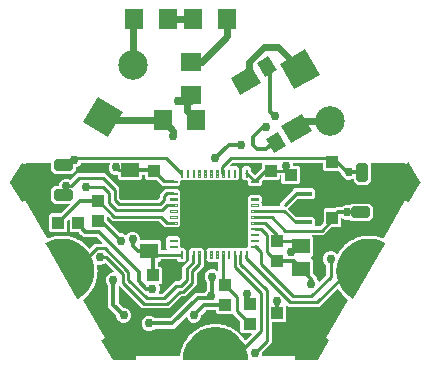
<source format=gbr>
G04 EAGLE Gerber RS-274X export*
G75*
%MOMM*%
%FSLAX34Y34*%
%LPD*%
%INBottom Copper*%
%IPPOS*%
%AMOC8*
5,1,8,0,0,1.08239X$1,22.5*%
G01*
%ADD10R,1.000000X1.100000*%
%ADD11R,1.500000X1.300000*%
%ADD12C,0.124994*%
%ADD13R,5.699988X5.699988*%
%ADD14R,1.399997X0.400000*%
%ADD15R,1.100000X1.000000*%
%ADD16C,0.499997*%
%ADD17R,2.500000X2.500000*%
%ADD18C,2.500000*%
%ADD19R,1.650000X2.010000*%
%ADD20R,1.390000X1.140000*%
%ADD21R,1.600000X1.803000*%
%ADD22R,1.803000X1.600000*%
%ADD23C,1.000000*%
%ADD24C,0.756400*%
%ADD25C,0.254000*%
%ADD26C,0.355600*%
%ADD27C,0.609600*%

G36*
X279138Y196216D02*
X279138Y196216D01*
X279166Y196214D01*
X279234Y196236D01*
X279305Y196250D01*
X279328Y196266D01*
X279355Y196275D01*
X279410Y196322D01*
X279469Y196363D01*
X279484Y196387D01*
X279506Y196405D01*
X279537Y196470D01*
X279576Y196530D01*
X279581Y196558D01*
X279593Y196584D01*
X279602Y196685D01*
X279609Y196727D01*
X279607Y196737D01*
X279608Y196750D01*
X279369Y199751D01*
X316264Y199751D01*
X316312Y199760D01*
X316361Y199760D01*
X316409Y199780D01*
X316460Y199790D01*
X316501Y199818D01*
X316546Y199837D01*
X316583Y199874D01*
X316626Y199903D01*
X316653Y199944D01*
X316688Y199979D01*
X316710Y200033D01*
X316735Y200071D01*
X316741Y200106D01*
X316758Y200145D01*
X316988Y201152D01*
X316989Y201186D01*
X316999Y201227D01*
X317073Y202217D01*
X317143Y202277D01*
X317187Y202333D01*
X317236Y202383D01*
X317249Y202413D01*
X317266Y202436D01*
X317280Y202485D01*
X317307Y202549D01*
X317685Y204207D01*
X317687Y204270D01*
X317697Y204326D01*
X317695Y204334D01*
X317697Y204347D01*
X317690Y204379D01*
X317690Y204407D01*
X317672Y204455D01*
X317656Y204523D01*
X317619Y204607D01*
X317982Y205532D01*
X317988Y205566D01*
X318004Y205604D01*
X318225Y206573D01*
X318303Y206622D01*
X318354Y206670D01*
X318411Y206713D01*
X318428Y206741D01*
X318449Y206760D01*
X318469Y206807D01*
X318506Y206866D01*
X319127Y208449D01*
X319139Y208519D01*
X319160Y208586D01*
X319157Y208619D01*
X319162Y208646D01*
X319150Y208697D01*
X319145Y208766D01*
X319121Y208854D01*
X319617Y209715D01*
X319629Y209748D01*
X319650Y209783D01*
X320013Y210708D01*
X320098Y210745D01*
X320156Y210785D01*
X320218Y210819D01*
X320239Y210844D01*
X320262Y210860D01*
X320290Y210904D01*
X320334Y210956D01*
X321184Y212429D01*
X321207Y212496D01*
X321237Y212560D01*
X321239Y212592D01*
X321248Y212619D01*
X321245Y212670D01*
X321249Y212739D01*
X321239Y212831D01*
X321859Y213608D01*
X321874Y213639D01*
X321901Y213670D01*
X322398Y214531D01*
X322487Y214555D01*
X322550Y214586D01*
X322617Y214610D01*
X322641Y214631D01*
X322666Y214644D01*
X322700Y214683D01*
X322752Y214728D01*
X323812Y216058D01*
X323845Y216121D01*
X323884Y216179D01*
X323891Y216211D01*
X323904Y216236D01*
X323908Y216287D01*
X323923Y216355D01*
X323926Y216447D01*
X324654Y217123D01*
X324668Y217142D01*
X324680Y217149D01*
X324688Y217163D01*
X324706Y217178D01*
X325326Y217955D01*
X325417Y217966D01*
X325484Y217987D01*
X325554Y218001D01*
X325581Y218018D01*
X325608Y218027D01*
X325647Y218060D01*
X325705Y218098D01*
X326952Y219254D01*
X326993Y219312D01*
X327041Y219364D01*
X327052Y219394D01*
X327069Y219417D01*
X327080Y219467D01*
X327105Y219532D01*
X327122Y219622D01*
X327943Y220182D01*
X327968Y220207D01*
X328003Y220229D01*
X328731Y220905D01*
X328823Y220902D01*
X328892Y220913D01*
X328963Y220916D01*
X328993Y220929D01*
X329021Y220934D01*
X329064Y220961D01*
X329127Y220989D01*
X330532Y221947D01*
X330582Y221998D01*
X330637Y222042D01*
X330653Y222071D01*
X330672Y222091D01*
X330691Y222139D01*
X330725Y222199D01*
X330756Y222286D01*
X331651Y222717D01*
X331679Y222738D01*
X331717Y222755D01*
X332538Y223315D01*
X332628Y223297D01*
X332699Y223298D01*
X332769Y223291D01*
X332801Y223299D01*
X332829Y223300D01*
X332876Y223320D01*
X332943Y223339D01*
X334475Y224077D01*
X334531Y224119D01*
X334592Y224155D01*
X334612Y224181D01*
X334634Y224198D01*
X334660Y224242D01*
X334703Y224297D01*
X334746Y224378D01*
X335695Y224671D01*
X335726Y224687D01*
X335766Y224699D01*
X336661Y225130D01*
X336748Y225099D01*
X336818Y225090D01*
X336886Y225072D01*
X336919Y225076D01*
X336947Y225072D01*
X336997Y225085D01*
X337065Y225093D01*
X338690Y225595D01*
X338752Y225628D01*
X338818Y225654D01*
X338842Y225677D01*
X338866Y225690D01*
X338898Y225731D01*
X338949Y225778D01*
X339003Y225852D01*
X339986Y226000D01*
X340018Y226012D01*
X340060Y226017D01*
X341009Y226310D01*
X341091Y226267D01*
X341158Y226247D01*
X341223Y226219D01*
X341256Y226218D01*
X341283Y226210D01*
X341334Y226216D01*
X341403Y226214D01*
X343085Y226467D01*
X343151Y226491D01*
X343220Y226507D01*
X343247Y226526D01*
X343273Y226536D01*
X343311Y226571D01*
X343368Y226610D01*
X343433Y226675D01*
X344426Y226675D01*
X344460Y226682D01*
X344502Y226681D01*
X345485Y226829D01*
X345559Y226774D01*
X345623Y226744D01*
X345682Y226707D01*
X345715Y226701D01*
X345740Y226690D01*
X345792Y226688D01*
X345860Y226675D01*
X347560Y226675D01*
X347630Y226689D01*
X347700Y226695D01*
X347729Y226709D01*
X347757Y226715D01*
X347799Y226744D01*
X347861Y226774D01*
X347935Y226829D01*
X348918Y226681D01*
X348953Y226683D01*
X348994Y226675D01*
X349987Y226675D01*
X350052Y226610D01*
X350111Y226571D01*
X350165Y226525D01*
X350196Y226515D01*
X350219Y226499D01*
X350270Y226490D01*
X350335Y226467D01*
X352017Y226214D01*
X352087Y226217D01*
X352158Y226212D01*
X352189Y226222D01*
X352217Y226224D01*
X352264Y226246D01*
X352329Y226267D01*
X352411Y226310D01*
X353360Y226017D01*
X353395Y226014D01*
X353434Y226000D01*
X354417Y225852D01*
X354471Y225778D01*
X354524Y225731D01*
X354570Y225677D01*
X354599Y225662D01*
X354620Y225644D01*
X354669Y225626D01*
X354730Y225595D01*
X356355Y225093D01*
X356425Y225086D01*
X356494Y225071D01*
X356526Y225076D01*
X356554Y225073D01*
X356604Y225088D01*
X356672Y225099D01*
X356759Y225130D01*
X357654Y224699D01*
X357688Y224690D01*
X357725Y224671D01*
X358674Y224378D01*
X358717Y224297D01*
X358762Y224242D01*
X358800Y224182D01*
X358826Y224163D01*
X358844Y224141D01*
X358889Y224117D01*
X358945Y224077D01*
X360477Y223339D01*
X360546Y223321D01*
X360612Y223296D01*
X360644Y223296D01*
X360672Y223289D01*
X360723Y223297D01*
X360792Y223297D01*
X360882Y223315D01*
X361703Y222755D01*
X361735Y222741D01*
X361769Y222717D01*
X362664Y222286D01*
X362695Y222199D01*
X362730Y222138D01*
X362759Y222074D01*
X362782Y222051D01*
X362797Y222027D01*
X362838Y221996D01*
X362888Y221947D01*
X364293Y220989D01*
X364357Y220962D01*
X364419Y220927D01*
X364451Y220922D01*
X364477Y220912D01*
X364529Y220911D01*
X364597Y220902D01*
X364689Y220905D01*
X365417Y220229D01*
X365447Y220211D01*
X365477Y220182D01*
X366298Y219622D01*
X366315Y219532D01*
X366341Y219466D01*
X366360Y219398D01*
X366380Y219372D01*
X366390Y219346D01*
X366427Y219310D01*
X366468Y219254D01*
X367715Y218098D01*
X367775Y218061D01*
X367830Y218017D01*
X367862Y218008D01*
X367886Y217993D01*
X367937Y217985D01*
X368003Y217966D01*
X368094Y217955D01*
X368714Y217178D01*
X368740Y217157D01*
X368755Y217135D01*
X368757Y217134D01*
X368766Y217123D01*
X369494Y216447D01*
X369497Y216355D01*
X369514Y216286D01*
X369522Y216216D01*
X369538Y216187D01*
X369544Y216160D01*
X369575Y216119D01*
X369608Y216058D01*
X370668Y214728D01*
X370722Y214683D01*
X370770Y214631D01*
X370800Y214617D01*
X370821Y214599D01*
X370871Y214584D01*
X370933Y214555D01*
X371022Y214531D01*
X371519Y213670D01*
X371542Y213644D01*
X371562Y213608D01*
X371805Y213302D01*
X371831Y213280D01*
X371851Y213252D01*
X371907Y213216D01*
X371959Y213173D01*
X371991Y213163D01*
X372020Y213145D01*
X372086Y213134D01*
X372150Y213114D01*
X372184Y213117D01*
X372217Y213111D01*
X372283Y213127D01*
X372350Y213133D01*
X372380Y213149D01*
X372413Y213157D01*
X372478Y213202D01*
X372526Y213228D01*
X372540Y213245D01*
X372561Y213260D01*
X377344Y218043D01*
X377346Y218046D01*
X377348Y218047D01*
X377400Y218128D01*
X377455Y218210D01*
X377456Y218213D01*
X377457Y218215D01*
X377474Y218311D01*
X377493Y218407D01*
X377492Y218410D01*
X377493Y218412D01*
X377471Y218509D01*
X377451Y218603D01*
X377450Y218605D01*
X377449Y218608D01*
X377393Y218688D01*
X377337Y218768D01*
X377335Y218769D01*
X377333Y218771D01*
X377250Y218823D01*
X377168Y218875D01*
X377165Y218876D01*
X377163Y218877D01*
X376985Y218909D01*
X369368Y218909D01*
X367879Y220398D01*
X367879Y228891D01*
X367878Y228899D01*
X367879Y228907D01*
X367858Y228997D01*
X367840Y229088D01*
X367835Y229094D01*
X367833Y229102D01*
X367731Y229250D01*
X363252Y233729D01*
X361835Y235146D01*
X361830Y235149D01*
X361827Y235153D01*
X361747Y235204D01*
X361668Y235257D01*
X361663Y235258D01*
X361658Y235261D01*
X361564Y235277D01*
X361471Y235295D01*
X361466Y235294D01*
X361461Y235294D01*
X361368Y235273D01*
X361275Y235253D01*
X361270Y235250D01*
X361265Y235249D01*
X361156Y235173D01*
X349040Y235173D01*
X347551Y236662D01*
X347551Y237900D01*
X347550Y237905D01*
X347551Y237910D01*
X347530Y238003D01*
X347512Y238097D01*
X347509Y238101D01*
X347508Y238106D01*
X347452Y238184D01*
X347399Y238262D01*
X347395Y238265D01*
X347392Y238269D01*
X347310Y238320D01*
X347231Y238372D01*
X347226Y238372D01*
X347221Y238375D01*
X347044Y238407D01*
X338772Y238407D01*
X338764Y238406D01*
X338756Y238407D01*
X338666Y238386D01*
X338575Y238368D01*
X338569Y238363D01*
X338561Y238361D01*
X338413Y238259D01*
X334932Y234778D01*
X334928Y234771D01*
X334921Y234767D01*
X334872Y234688D01*
X334821Y234611D01*
X334820Y234603D01*
X334816Y234596D01*
X334784Y234419D01*
X334784Y233156D01*
X333821Y230832D01*
X332042Y229054D01*
X331006Y228624D01*
X331005Y228624D01*
X329781Y228117D01*
X329719Y228091D01*
X327203Y228091D01*
X324879Y229054D01*
X323101Y230832D01*
X322362Y232615D01*
X322360Y232618D01*
X322359Y232622D01*
X322304Y232702D01*
X322250Y232781D01*
X322247Y232784D01*
X322245Y232787D01*
X322163Y232839D01*
X322083Y232892D01*
X322079Y232892D01*
X322076Y232894D01*
X321981Y232911D01*
X321886Y232928D01*
X321882Y232927D01*
X321878Y232928D01*
X321784Y232906D01*
X321690Y232886D01*
X321687Y232883D01*
X321683Y232882D01*
X321535Y232780D01*
X311749Y222993D01*
X295537Y222993D01*
X295529Y222992D01*
X295522Y222993D01*
X295432Y222972D01*
X295341Y222954D01*
X295334Y222949D01*
X295326Y222947D01*
X295178Y222845D01*
X294304Y221970D01*
X293225Y221523D01*
X293224Y221523D01*
X292000Y221016D01*
X291980Y221007D01*
X289464Y221007D01*
X287140Y221970D01*
X285362Y223748D01*
X284399Y226072D01*
X284399Y228588D01*
X285362Y230912D01*
X287140Y232690D01*
X287313Y232762D01*
X288537Y233269D01*
X288538Y233269D01*
X289464Y233653D01*
X291980Y233653D01*
X294304Y232690D01*
X295214Y231779D01*
X295221Y231775D01*
X295226Y231769D01*
X295304Y231720D01*
X295381Y231668D01*
X295389Y231667D01*
X295396Y231663D01*
X295573Y231631D01*
X307961Y231631D01*
X307968Y231632D01*
X307976Y231631D01*
X308066Y231652D01*
X308157Y231670D01*
X308164Y231675D01*
X308171Y231677D01*
X308319Y231779D01*
X329925Y253385D01*
X337350Y253385D01*
X337357Y253386D01*
X337363Y253385D01*
X337455Y253406D01*
X337547Y253424D01*
X337552Y253428D01*
X337559Y253429D01*
X337635Y253484D01*
X337713Y253537D01*
X337716Y253542D01*
X337721Y253546D01*
X337819Y253698D01*
X337910Y253918D01*
X339477Y255484D01*
X339481Y255491D01*
X339487Y255496D01*
X339536Y255574D01*
X339588Y255651D01*
X339589Y255659D01*
X339593Y255666D01*
X339625Y255843D01*
X339625Y262121D01*
X339624Y262129D01*
X339625Y262136D01*
X339604Y262226D01*
X339586Y262317D01*
X339581Y262324D01*
X339579Y262332D01*
X339477Y262480D01*
X338584Y263372D01*
X337621Y265696D01*
X337621Y268212D01*
X338584Y270536D01*
X340362Y272314D01*
X340394Y272327D01*
X341618Y272834D01*
X342686Y273277D01*
X345202Y273277D01*
X347526Y272314D01*
X348263Y271576D01*
X348266Y271575D01*
X348267Y271573D01*
X348347Y271521D01*
X348430Y271465D01*
X348433Y271465D01*
X348435Y271463D01*
X348531Y271446D01*
X348627Y271428D01*
X348630Y271428D01*
X348632Y271428D01*
X348729Y271449D01*
X348823Y271469D01*
X348825Y271471D01*
X348828Y271471D01*
X348908Y271528D01*
X348988Y271584D01*
X348989Y271586D01*
X348991Y271587D01*
X349043Y271671D01*
X349095Y271753D01*
X349096Y271755D01*
X349097Y271758D01*
X349129Y271935D01*
X349129Y278992D01*
X349128Y278997D01*
X349129Y279002D01*
X349108Y279095D01*
X349090Y279188D01*
X349087Y279193D01*
X349086Y279198D01*
X349030Y279276D01*
X348977Y279354D01*
X348973Y279357D01*
X348970Y279361D01*
X348888Y279412D01*
X348809Y279463D01*
X348804Y279464D01*
X348799Y279467D01*
X348622Y279499D01*
X346004Y279499D01*
X345799Y279704D01*
X345794Y279707D01*
X345791Y279712D01*
X345711Y279763D01*
X345632Y279815D01*
X345627Y279816D01*
X345622Y279819D01*
X345529Y279835D01*
X345435Y279853D01*
X345430Y279852D01*
X345425Y279853D01*
X345332Y279831D01*
X345239Y279811D01*
X345235Y279808D01*
X345229Y279807D01*
X345081Y279704D01*
X344876Y279499D01*
X341004Y279499D01*
X339149Y281354D01*
X339149Y289726D01*
X341004Y291581D01*
X344876Y291581D01*
X345081Y291376D01*
X345086Y291373D01*
X345089Y291368D01*
X345169Y291318D01*
X345248Y291265D01*
X345253Y291264D01*
X345258Y291261D01*
X345352Y291245D01*
X345445Y291227D01*
X345450Y291228D01*
X345456Y291227D01*
X345547Y291249D01*
X345641Y291269D01*
X345646Y291272D01*
X345651Y291273D01*
X345799Y291376D01*
X346004Y291581D01*
X349876Y291581D01*
X350081Y291376D01*
X350086Y291373D01*
X350089Y291368D01*
X350169Y291318D01*
X350248Y291265D01*
X350253Y291264D01*
X350258Y291261D01*
X350352Y291245D01*
X350445Y291227D01*
X350450Y291228D01*
X350456Y291227D01*
X350547Y291249D01*
X350641Y291269D01*
X350646Y291272D01*
X350651Y291273D01*
X350799Y291376D01*
X351004Y291581D01*
X354876Y291581D01*
X355081Y291376D01*
X355086Y291373D01*
X355089Y291368D01*
X355169Y291318D01*
X355248Y291265D01*
X355253Y291264D01*
X355258Y291261D01*
X355352Y291245D01*
X355445Y291227D01*
X355450Y291228D01*
X355456Y291227D01*
X355547Y291249D01*
X355641Y291269D01*
X355646Y291272D01*
X355651Y291273D01*
X355799Y291376D01*
X356004Y291581D01*
X359876Y291581D01*
X360081Y291376D01*
X360086Y291373D01*
X360089Y291368D01*
X360169Y291318D01*
X360248Y291265D01*
X360253Y291264D01*
X360258Y291261D01*
X360352Y291245D01*
X360445Y291227D01*
X360450Y291228D01*
X360456Y291227D01*
X360547Y291249D01*
X360641Y291269D01*
X360646Y291272D01*
X360651Y291273D01*
X360799Y291376D01*
X361004Y291581D01*
X364876Y291581D01*
X365081Y291376D01*
X365086Y291373D01*
X365089Y291368D01*
X365169Y291318D01*
X365248Y291265D01*
X365253Y291264D01*
X365258Y291261D01*
X365352Y291245D01*
X365445Y291227D01*
X365450Y291228D01*
X365456Y291227D01*
X365547Y291249D01*
X365641Y291269D01*
X365646Y291272D01*
X365651Y291273D01*
X365799Y291376D01*
X366004Y291581D01*
X369876Y291581D01*
X370081Y291376D01*
X370086Y291373D01*
X370089Y291368D01*
X370169Y291318D01*
X370248Y291265D01*
X370253Y291264D01*
X370258Y291261D01*
X370352Y291245D01*
X370445Y291227D01*
X370450Y291228D01*
X370456Y291227D01*
X370547Y291249D01*
X370641Y291269D01*
X370646Y291272D01*
X370651Y291273D01*
X370799Y291376D01*
X371004Y291581D01*
X373392Y291581D01*
X373397Y291582D01*
X373402Y291581D01*
X373495Y291602D01*
X373589Y291620D01*
X373593Y291623D01*
X373598Y291624D01*
X373676Y291680D01*
X373754Y291733D01*
X373757Y291737D01*
X373762Y291740D01*
X373812Y291822D01*
X373864Y291901D01*
X373865Y291906D01*
X373867Y291911D01*
X373899Y292088D01*
X373899Y294476D01*
X374104Y294681D01*
X374107Y294686D01*
X374112Y294689D01*
X374162Y294769D01*
X374215Y294848D01*
X374216Y294853D01*
X374219Y294858D01*
X374235Y294952D01*
X374253Y295045D01*
X374252Y295050D01*
X374253Y295056D01*
X374231Y295147D01*
X374211Y295241D01*
X374208Y295246D01*
X374207Y295251D01*
X374104Y295399D01*
X373899Y295604D01*
X373899Y299476D01*
X374104Y299681D01*
X374107Y299686D01*
X374112Y299689D01*
X374162Y299769D01*
X374215Y299848D01*
X374216Y299853D01*
X374219Y299858D01*
X374235Y299952D01*
X374253Y300045D01*
X374252Y300050D01*
X374253Y300056D01*
X374231Y300147D01*
X374211Y300241D01*
X374208Y300246D01*
X374207Y300251D01*
X374104Y300399D01*
X373899Y300604D01*
X373899Y304476D01*
X374104Y304681D01*
X374107Y304686D01*
X374112Y304689D01*
X374162Y304769D01*
X374215Y304848D01*
X374216Y304853D01*
X374219Y304858D01*
X374235Y304952D01*
X374253Y305045D01*
X374252Y305050D01*
X374253Y305056D01*
X374231Y305147D01*
X374211Y305241D01*
X374208Y305246D01*
X374207Y305251D01*
X374104Y305399D01*
X373899Y305604D01*
X373899Y309476D01*
X374104Y309681D01*
X374107Y309686D01*
X374112Y309689D01*
X374162Y309769D01*
X374215Y309848D01*
X374216Y309853D01*
X374219Y309858D01*
X374235Y309952D01*
X374253Y310045D01*
X374252Y310050D01*
X374253Y310056D01*
X374231Y310147D01*
X374211Y310241D01*
X374208Y310246D01*
X374207Y310251D01*
X374104Y310399D01*
X373899Y310604D01*
X373899Y314476D01*
X374104Y314681D01*
X374107Y314686D01*
X374112Y314689D01*
X374162Y314769D01*
X374215Y314848D01*
X374216Y314853D01*
X374219Y314858D01*
X374235Y314952D01*
X374253Y315045D01*
X374252Y315050D01*
X374253Y315056D01*
X374231Y315147D01*
X374211Y315241D01*
X374208Y315246D01*
X374207Y315251D01*
X374104Y315399D01*
X373899Y315604D01*
X373899Y319476D01*
X374104Y319681D01*
X374107Y319686D01*
X374112Y319689D01*
X374162Y319769D01*
X374215Y319848D01*
X374216Y319853D01*
X374219Y319858D01*
X374235Y319952D01*
X374253Y320045D01*
X374252Y320050D01*
X374253Y320056D01*
X374231Y320147D01*
X374211Y320241D01*
X374208Y320246D01*
X374207Y320251D01*
X374104Y320399D01*
X373899Y320604D01*
X373899Y324476D01*
X374104Y324681D01*
X374107Y324686D01*
X374112Y324689D01*
X374162Y324769D01*
X374215Y324848D01*
X374216Y324853D01*
X374219Y324858D01*
X374235Y324952D01*
X374253Y325045D01*
X374252Y325050D01*
X374253Y325056D01*
X374231Y325147D01*
X374211Y325241D01*
X374208Y325246D01*
X374207Y325251D01*
X374104Y325399D01*
X373899Y325604D01*
X373899Y329476D01*
X374104Y329681D01*
X374107Y329686D01*
X374112Y329689D01*
X374162Y329769D01*
X374215Y329848D01*
X374216Y329853D01*
X374219Y329858D01*
X374235Y329952D01*
X374253Y330045D01*
X374252Y330050D01*
X374253Y330056D01*
X374231Y330147D01*
X374211Y330241D01*
X374208Y330246D01*
X374207Y330251D01*
X374104Y330399D01*
X373899Y330604D01*
X373899Y334476D01*
X375754Y336331D01*
X384126Y336331D01*
X385981Y334476D01*
X385981Y330604D01*
X385776Y330399D01*
X385773Y330394D01*
X385768Y330391D01*
X385717Y330311D01*
X385665Y330232D01*
X385664Y330227D01*
X385661Y330222D01*
X385645Y330129D01*
X385627Y330035D01*
X385628Y330030D01*
X385627Y330025D01*
X385649Y329932D01*
X385669Y329839D01*
X385672Y329835D01*
X385673Y329829D01*
X385776Y329681D01*
X385981Y329476D01*
X385981Y326858D01*
X385982Y326853D01*
X385981Y326848D01*
X386002Y326755D01*
X386020Y326661D01*
X386023Y326657D01*
X386024Y326652D01*
X386080Y326574D01*
X386133Y326496D01*
X386137Y326493D01*
X386140Y326489D01*
X386222Y326438D01*
X386301Y326386D01*
X386306Y326386D01*
X386311Y326383D01*
X386488Y326351D01*
X401022Y326351D01*
X401027Y326352D01*
X401032Y326351D01*
X401125Y326372D01*
X401219Y326390D01*
X401223Y326393D01*
X401228Y326394D01*
X401306Y326450D01*
X401384Y326503D01*
X401387Y326507D01*
X401392Y326510D01*
X401442Y326592D01*
X401494Y326671D01*
X401495Y326676D01*
X401497Y326681D01*
X401529Y326858D01*
X401529Y329118D01*
X411951Y339540D01*
X411955Y339546D01*
X411962Y339551D01*
X412010Y339630D01*
X412062Y339707D01*
X412063Y339715D01*
X412067Y339721D01*
X412099Y339899D01*
X412099Y340172D01*
X413588Y341661D01*
X429692Y341661D01*
X431181Y340172D01*
X431181Y334068D01*
X429692Y332579D01*
X415979Y332579D01*
X415971Y332578D01*
X415963Y332579D01*
X415873Y332558D01*
X415782Y332540D01*
X415776Y332535D01*
X415768Y332533D01*
X415620Y332431D01*
X408503Y325314D01*
X408500Y325309D01*
X408496Y325306D01*
X408445Y325226D01*
X408392Y325147D01*
X408391Y325142D01*
X408388Y325137D01*
X408372Y325043D01*
X408354Y324950D01*
X408355Y324945D01*
X408355Y324939D01*
X408376Y324847D01*
X408396Y324754D01*
X408399Y324749D01*
X408400Y324744D01*
X408503Y324596D01*
X415290Y317809D01*
X415296Y317805D01*
X415301Y317799D01*
X415380Y317750D01*
X415457Y317698D01*
X415465Y317697D01*
X415471Y317693D01*
X415649Y317661D01*
X429692Y317661D01*
X431181Y316172D01*
X431181Y310104D01*
X431182Y310099D01*
X431181Y310094D01*
X431202Y310001D01*
X431220Y309908D01*
X431223Y309903D01*
X431224Y309898D01*
X431280Y309820D01*
X431333Y309742D01*
X431337Y309739D01*
X431340Y309735D01*
X431422Y309684D01*
X431501Y309633D01*
X431506Y309632D01*
X431511Y309629D01*
X431688Y309597D01*
X434807Y309597D01*
X434815Y309598D01*
X434823Y309597D01*
X434913Y309618D01*
X435004Y309636D01*
X435011Y309641D01*
X435018Y309643D01*
X435166Y309745D01*
X438081Y312660D01*
X438085Y312666D01*
X438091Y312671D01*
X438140Y312750D01*
X438192Y312827D01*
X438193Y312835D01*
X438197Y312841D01*
X438229Y313019D01*
X438229Y323172D01*
X439718Y324661D01*
X447493Y324661D01*
X447501Y324662D01*
X447508Y324661D01*
X447598Y324682D01*
X447690Y324700D01*
X447696Y324705D01*
X447704Y324707D01*
X447852Y324809D01*
X448671Y325629D01*
X453247Y325629D01*
X453255Y325630D01*
X453262Y325629D01*
X453352Y325650D01*
X453443Y325668D01*
X453450Y325673D01*
X453458Y325675D01*
X453606Y325777D01*
X454498Y326670D01*
X455560Y327110D01*
X455561Y327110D01*
X456785Y327617D01*
X456822Y327633D01*
X459338Y327633D01*
X459907Y327397D01*
X459914Y327396D01*
X459919Y327392D01*
X460012Y327376D01*
X460104Y327358D01*
X460110Y327360D01*
X460117Y327358D01*
X460208Y327380D01*
X460300Y327399D01*
X460306Y327402D01*
X460312Y327404D01*
X460460Y327507D01*
X461804Y328851D01*
X476980Y328851D01*
X479933Y325898D01*
X479933Y316722D01*
X476980Y313769D01*
X461804Y313769D01*
X460460Y315113D01*
X460455Y315117D01*
X460451Y315122D01*
X460372Y315172D01*
X460293Y315224D01*
X460287Y315225D01*
X460281Y315229D01*
X460188Y315244D01*
X460096Y315262D01*
X460090Y315260D01*
X460083Y315262D01*
X459907Y315223D01*
X459338Y314987D01*
X456822Y314987D01*
X454498Y315950D01*
X454177Y316272D01*
X454174Y316273D01*
X454173Y316275D01*
X454170Y316277D01*
X454168Y316280D01*
X454111Y316315D01*
X454092Y316328D01*
X454010Y316383D01*
X454007Y316383D01*
X454005Y316385D01*
X453998Y316386D01*
X453997Y316386D01*
X453878Y316408D01*
X453813Y316420D01*
X453810Y316420D01*
X453808Y316420D01*
X453711Y316399D01*
X453617Y316379D01*
X453615Y316377D01*
X453612Y316377D01*
X453531Y316319D01*
X453452Y316264D01*
X453451Y316262D01*
X453449Y316261D01*
X453396Y316176D01*
X453345Y316095D01*
X453344Y316093D01*
X453343Y316090D01*
X453311Y315913D01*
X453311Y310068D01*
X451822Y308579D01*
X444989Y308579D01*
X444981Y308578D01*
X444973Y308579D01*
X444883Y308558D01*
X444792Y308540D01*
X444786Y308535D01*
X444778Y308533D01*
X444630Y308431D01*
X438175Y301975D01*
X428652Y301975D01*
X428650Y301975D01*
X428647Y301975D01*
X428552Y301955D01*
X428456Y301936D01*
X428454Y301934D01*
X428451Y301934D01*
X428370Y301878D01*
X428290Y301823D01*
X428289Y301821D01*
X428286Y301819D01*
X428233Y301736D01*
X428181Y301655D01*
X428180Y301652D01*
X428179Y301650D01*
X428163Y301554D01*
X428145Y301458D01*
X428146Y301455D01*
X428145Y301453D01*
X428167Y301358D01*
X428189Y301262D01*
X428190Y301260D01*
X428191Y301257D01*
X428294Y301109D01*
X429141Y300262D01*
X429141Y285158D01*
X427552Y283569D01*
X427549Y283564D01*
X427545Y283561D01*
X427493Y283481D01*
X427441Y283402D01*
X427440Y283397D01*
X427437Y283392D01*
X427421Y283298D01*
X427403Y283205D01*
X427404Y283200D01*
X427403Y283194D01*
X427425Y283102D01*
X427445Y283009D01*
X427448Y283004D01*
X427449Y282999D01*
X427552Y282851D01*
X429141Y281262D01*
X429141Y269987D01*
X429142Y269979D01*
X429141Y269972D01*
X429162Y269882D01*
X429180Y269790D01*
X429185Y269784D01*
X429187Y269776D01*
X429289Y269628D01*
X432360Y266558D01*
X432360Y265234D01*
X432361Y265226D01*
X432360Y265219D01*
X432381Y265129D01*
X432399Y265038D01*
X432404Y265031D01*
X432406Y265023D01*
X432508Y264875D01*
X433401Y263983D01*
X433987Y262568D01*
X433989Y262565D01*
X433990Y262561D01*
X434045Y262481D01*
X434099Y262402D01*
X434102Y262400D01*
X434104Y262396D01*
X434186Y262344D01*
X434266Y262292D01*
X434270Y262291D01*
X434274Y262289D01*
X434369Y262273D01*
X434463Y262255D01*
X434467Y262256D01*
X434471Y262255D01*
X434565Y262277D01*
X434659Y262298D01*
X434663Y262300D01*
X434666Y262301D01*
X434814Y262404D01*
X440275Y267864D01*
X440279Y267870D01*
X440285Y267875D01*
X440334Y267953D01*
X440385Y268031D01*
X440387Y268038D01*
X440391Y268045D01*
X440423Y268222D01*
X440423Y276743D01*
X440422Y276750D01*
X440423Y276758D01*
X440402Y276848D01*
X440383Y276939D01*
X440379Y276946D01*
X440377Y276953D01*
X440275Y277101D01*
X438874Y278502D01*
X437911Y280826D01*
X437911Y283341D01*
X438874Y285665D01*
X440652Y287444D01*
X440895Y287545D01*
X440896Y287545D01*
X442120Y288052D01*
X442976Y288406D01*
X445492Y288406D01*
X447815Y287444D01*
X449412Y285847D01*
X449423Y285840D01*
X449430Y285830D01*
X449506Y285785D01*
X449512Y285781D01*
X449532Y285763D01*
X449543Y285760D01*
X449579Y285736D01*
X449592Y285733D01*
X449602Y285727D01*
X449686Y285715D01*
X449724Y285703D01*
X449740Y285705D01*
X449776Y285698D01*
X449789Y285701D01*
X449801Y285699D01*
X449880Y285718D01*
X449923Y285722D01*
X449945Y285734D01*
X449949Y285735D01*
X449972Y285740D01*
X449974Y285741D01*
X449976Y285741D01*
X449982Y285744D01*
X450038Y285784D01*
X450100Y285817D01*
X450122Y285843D01*
X450145Y285859D01*
X450172Y285903D01*
X450216Y285954D01*
X451067Y287429D01*
X451090Y287496D01*
X451120Y287560D01*
X451122Y287593D01*
X451131Y287619D01*
X451127Y287671D01*
X451132Y287740D01*
X451121Y287831D01*
X451741Y288608D01*
X451756Y288639D01*
X451783Y288671D01*
X452280Y289531D01*
X452369Y289555D01*
X452396Y289569D01*
X452419Y289574D01*
X452445Y289591D01*
X452498Y289610D01*
X452523Y289632D01*
X452548Y289644D01*
X452582Y289684D01*
X452634Y289729D01*
X453695Y291061D01*
X453727Y291123D01*
X453767Y291182D01*
X453774Y291214D01*
X453787Y291239D01*
X453791Y291290D01*
X453805Y291358D01*
X453809Y291450D01*
X454537Y292126D01*
X454557Y292154D01*
X454589Y292182D01*
X455208Y292959D01*
X455299Y292969D01*
X455366Y292991D01*
X455436Y293004D01*
X455463Y293022D01*
X455490Y293030D01*
X455529Y293064D01*
X455587Y293101D01*
X456835Y294260D01*
X456876Y294317D01*
X456924Y294369D01*
X456936Y294400D01*
X456952Y294422D01*
X456964Y294473D01*
X456988Y294537D01*
X457006Y294628D01*
X457826Y295188D01*
X457851Y295213D01*
X457886Y295235D01*
X458614Y295911D01*
X458706Y295908D01*
X458775Y295919D01*
X458846Y295922D01*
X458876Y295935D01*
X458903Y295940D01*
X458947Y295967D01*
X459010Y295996D01*
X460417Y296955D01*
X460466Y297006D01*
X460521Y297050D01*
X460537Y297079D01*
X460557Y297099D01*
X460576Y297147D01*
X460610Y297207D01*
X460640Y297294D01*
X461535Y297725D01*
X461563Y297746D01*
X461601Y297763D01*
X462422Y298323D01*
X462512Y298306D01*
X462583Y298307D01*
X462653Y298299D01*
X462684Y298308D01*
X462713Y298308D01*
X462760Y298329D01*
X462827Y298347D01*
X464360Y299087D01*
X464417Y299129D01*
X464478Y299165D01*
X464498Y299191D01*
X464520Y299208D01*
X464546Y299252D01*
X464589Y299307D01*
X464632Y299388D01*
X465581Y299681D01*
X465611Y299698D01*
X465652Y299709D01*
X466547Y300140D01*
X466634Y300110D01*
X466703Y300100D01*
X466772Y300082D01*
X466804Y300086D01*
X466832Y300083D01*
X466882Y300096D01*
X466951Y300104D01*
X468577Y300607D01*
X468639Y300640D01*
X468705Y300666D01*
X468729Y300689D01*
X468753Y300702D01*
X468786Y300743D01*
X468836Y300790D01*
X468891Y300864D01*
X469873Y301013D01*
X469906Y301025D01*
X469947Y301030D01*
X470896Y301323D01*
X470978Y301280D01*
X471045Y301260D01*
X471110Y301232D01*
X471143Y301231D01*
X471170Y301223D01*
X471221Y301229D01*
X471290Y301227D01*
X472974Y301481D01*
X473040Y301505D01*
X473109Y301521D01*
X473136Y301540D01*
X473162Y301550D01*
X473200Y301585D01*
X473257Y301624D01*
X473322Y301689D01*
X474316Y301689D01*
X474350Y301696D01*
X474391Y301695D01*
X475374Y301844D01*
X475448Y301789D01*
X475512Y301759D01*
X475572Y301722D01*
X475604Y301716D01*
X475629Y301704D01*
X475681Y301702D01*
X475749Y301690D01*
X477452Y301690D01*
X477521Y301704D01*
X477591Y301710D01*
X477621Y301725D01*
X477648Y301730D01*
X477691Y301759D01*
X477753Y301790D01*
X477827Y301844D01*
X478809Y301697D01*
X478844Y301698D01*
X478885Y301691D01*
X479879Y301691D01*
X479944Y301626D01*
X480003Y301587D01*
X480056Y301541D01*
X480087Y301531D01*
X480111Y301515D01*
X480161Y301506D01*
X480227Y301483D01*
X481911Y301230D01*
X481981Y301234D01*
X482052Y301229D01*
X482083Y301239D01*
X482111Y301240D01*
X482157Y301262D01*
X482223Y301283D01*
X482305Y301326D01*
X483254Y301034D01*
X483289Y301030D01*
X483328Y301017D01*
X484311Y300869D01*
X484365Y300795D01*
X484418Y300748D01*
X484464Y300695D01*
X484493Y300680D01*
X484514Y300661D01*
X484563Y300643D01*
X484624Y300612D01*
X486251Y300110D01*
X486321Y300103D01*
X486390Y300088D01*
X486423Y300093D01*
X486451Y300090D01*
X486500Y300106D01*
X486568Y300116D01*
X486655Y300147D01*
X487550Y299716D01*
X487563Y299713D01*
X487566Y299711D01*
X487581Y299708D01*
X487584Y299707D01*
X487621Y299688D01*
X488619Y299381D01*
X488668Y299376D01*
X488715Y299361D01*
X488767Y299366D01*
X488818Y299361D01*
X488866Y299375D01*
X488915Y299380D01*
X488960Y299404D01*
X489010Y299420D01*
X489048Y299451D01*
X489091Y299474D01*
X489129Y299519D01*
X489164Y299548D01*
X489180Y299580D01*
X489208Y299612D01*
X507630Y331522D01*
X510126Y329799D01*
X510153Y329788D01*
X510175Y329769D01*
X510244Y329749D01*
X510309Y329721D01*
X510338Y329721D01*
X510366Y329713D01*
X510437Y329721D01*
X510508Y329721D01*
X510535Y329732D01*
X510564Y329735D01*
X510626Y329770D01*
X510691Y329798D01*
X510712Y329818D01*
X510737Y329833D01*
X510800Y329910D01*
X510830Y329940D01*
X510834Y329950D01*
X510843Y329961D01*
X520343Y346461D01*
X520353Y346493D01*
X520362Y346506D01*
X520366Y346530D01*
X520367Y346534D01*
X520398Y346604D01*
X520398Y346628D01*
X520406Y346650D01*
X520400Y346726D01*
X520401Y346803D01*
X520391Y346827D01*
X520390Y346848D01*
X520369Y346887D01*
X520343Y346959D01*
X510843Y363459D01*
X510824Y363481D01*
X510811Y363507D01*
X510758Y363555D01*
X510711Y363608D01*
X510685Y363621D01*
X510664Y363640D01*
X510596Y363663D01*
X510532Y363694D01*
X510503Y363696D01*
X510476Y363705D01*
X510404Y363700D01*
X510333Y363703D01*
X510306Y363693D01*
X510277Y363691D01*
X510187Y363649D01*
X510147Y363634D01*
X510139Y363627D01*
X510126Y363621D01*
X507630Y361898D01*
X506936Y363100D01*
X506887Y363156D01*
X506845Y363216D01*
X506822Y363230D01*
X506804Y363251D01*
X506737Y363283D01*
X506674Y363322D01*
X506646Y363327D01*
X506623Y363338D01*
X506570Y363341D01*
X506497Y363354D01*
X479218Y363354D01*
X479213Y363353D01*
X479208Y363354D01*
X479115Y363333D01*
X479021Y363314D01*
X479017Y363311D01*
X479012Y363310D01*
X478934Y363255D01*
X478856Y363202D01*
X478853Y363197D01*
X478848Y363194D01*
X478798Y363113D01*
X478746Y363034D01*
X478745Y363028D01*
X478743Y363024D01*
X478711Y362847D01*
X478711Y347758D01*
X475758Y344805D01*
X466582Y344805D01*
X463629Y347758D01*
X463629Y349354D01*
X463629Y349358D01*
X463629Y349362D01*
X463609Y349456D01*
X463590Y349551D01*
X463587Y349554D01*
X463587Y349558D01*
X463531Y349636D01*
X463477Y349717D01*
X463474Y349719D01*
X463471Y349722D01*
X463389Y349773D01*
X463309Y349826D01*
X463305Y349826D01*
X463302Y349829D01*
X463206Y349844D01*
X463112Y349861D01*
X463108Y349860D01*
X463104Y349861D01*
X462928Y349823D01*
X461786Y349350D01*
X460998Y349023D01*
X458482Y349023D01*
X456158Y349986D01*
X454380Y351764D01*
X453409Y354109D01*
X453404Y354117D01*
X453401Y354126D01*
X453299Y354274D01*
X451162Y356411D01*
X451155Y356415D01*
X451151Y356421D01*
X451072Y356470D01*
X450995Y356522D01*
X450987Y356523D01*
X450980Y356527D01*
X450803Y356559D01*
X439218Y356559D01*
X437729Y358048D01*
X437729Y362847D01*
X437728Y362852D01*
X437729Y362857D01*
X437708Y362950D01*
X437690Y363043D01*
X437687Y363047D01*
X437686Y363053D01*
X437630Y363130D01*
X437577Y363209D01*
X437573Y363212D01*
X437570Y363216D01*
X437488Y363267D01*
X437409Y363318D01*
X437404Y363319D01*
X437399Y363322D01*
X437222Y363354D01*
X412802Y363354D01*
X412798Y363353D01*
X412794Y363354D01*
X412700Y363333D01*
X412605Y363314D01*
X412602Y363312D01*
X412598Y363311D01*
X412519Y363256D01*
X412439Y363202D01*
X412437Y363198D01*
X412434Y363196D01*
X412382Y363114D01*
X412330Y363034D01*
X412329Y363030D01*
X412327Y363026D01*
X412312Y362931D01*
X412294Y362836D01*
X412295Y362832D01*
X412295Y362829D01*
X412333Y362653D01*
X412723Y361712D01*
X412723Y361108D01*
X412724Y361103D01*
X412723Y361098D01*
X412744Y361005D01*
X412762Y360911D01*
X412765Y360907D01*
X412766Y360902D01*
X412822Y360824D01*
X412875Y360746D01*
X412879Y360743D01*
X412882Y360739D01*
X412964Y360688D01*
X413043Y360636D01*
X413048Y360636D01*
X413053Y360633D01*
X413230Y360601D01*
X417152Y360601D01*
X418641Y359112D01*
X418641Y347008D01*
X417152Y345519D01*
X404048Y345519D01*
X402559Y347008D01*
X402559Y352162D01*
X402558Y352167D01*
X402559Y352172D01*
X402538Y352265D01*
X402520Y352359D01*
X402517Y352363D01*
X402516Y352368D01*
X402460Y352446D01*
X402407Y352524D01*
X402403Y352527D01*
X402400Y352531D01*
X402318Y352582D01*
X402239Y352634D01*
X402234Y352634D01*
X402229Y352637D01*
X402052Y352669D01*
X401748Y352669D01*
X401743Y352668D01*
X401738Y352669D01*
X401645Y352648D01*
X401551Y352630D01*
X401547Y352627D01*
X401542Y352626D01*
X401464Y352570D01*
X401386Y352517D01*
X401383Y352513D01*
X401379Y352510D01*
X401328Y352428D01*
X401276Y352349D01*
X401276Y352344D01*
X401273Y352339D01*
X401241Y352162D01*
X401241Y349928D01*
X399752Y348439D01*
X387648Y348439D01*
X387297Y348790D01*
X387292Y348793D01*
X387289Y348797D01*
X387209Y348849D01*
X387130Y348901D01*
X387125Y348902D01*
X387120Y348905D01*
X387026Y348921D01*
X386933Y348939D01*
X386928Y348938D01*
X386923Y348938D01*
X386830Y348917D01*
X386737Y348897D01*
X386733Y348894D01*
X386727Y348893D01*
X386579Y348790D01*
X386129Y348340D01*
X386125Y348334D01*
X386119Y348329D01*
X386070Y348250D01*
X386018Y348173D01*
X386017Y348165D01*
X386013Y348159D01*
X385981Y347981D01*
X385981Y345604D01*
X384126Y343749D01*
X381749Y343749D01*
X381741Y343748D01*
X381733Y343749D01*
X381648Y343729D01*
X378243Y343729D01*
X378131Y343749D01*
X375754Y343749D01*
X373899Y345604D01*
X373899Y347981D01*
X373898Y347989D01*
X373899Y347997D01*
X373878Y348087D01*
X373860Y348178D01*
X373855Y348184D01*
X373854Y348192D01*
X373751Y348340D01*
X373740Y348351D01*
X373734Y348355D01*
X373729Y348362D01*
X373650Y348410D01*
X373573Y348462D01*
X373565Y348463D01*
X373559Y348467D01*
X373381Y348499D01*
X371004Y348499D01*
X369149Y350354D01*
X369149Y352731D01*
X369148Y352739D01*
X369149Y352747D01*
X369129Y352832D01*
X369129Y356238D01*
X369149Y356349D01*
X369149Y358726D01*
X371004Y360581D01*
X374876Y360581D01*
X376731Y358726D01*
X376731Y356349D01*
X376732Y356341D01*
X376731Y356333D01*
X376752Y356243D01*
X376770Y356152D01*
X376775Y356146D01*
X376776Y356138D01*
X376879Y355990D01*
X379581Y353288D01*
X379586Y353285D01*
X379589Y353281D01*
X379669Y353230D01*
X379748Y353177D01*
X379753Y353176D01*
X379758Y353173D01*
X379852Y353157D01*
X379945Y353139D01*
X379950Y353140D01*
X379956Y353140D01*
X380048Y353161D01*
X380141Y353181D01*
X380146Y353184D01*
X380151Y353185D01*
X380299Y353288D01*
X386011Y359000D01*
X386015Y359006D01*
X386021Y359011D01*
X386070Y359090D01*
X386122Y359167D01*
X386123Y359175D01*
X386127Y359181D01*
X386159Y359359D01*
X386159Y362847D01*
X386158Y362852D01*
X386159Y362857D01*
X386138Y362950D01*
X386120Y363043D01*
X386117Y363047D01*
X386116Y363053D01*
X386060Y363130D01*
X386007Y363209D01*
X386003Y363212D01*
X386000Y363216D01*
X385918Y363267D01*
X385839Y363318D01*
X385834Y363319D01*
X385829Y363322D01*
X385652Y363354D01*
X361478Y363354D01*
X361470Y363352D01*
X361463Y363354D01*
X361373Y363333D01*
X361281Y363314D01*
X361275Y363310D01*
X361267Y363308D01*
X361119Y363205D01*
X359361Y361447D01*
X359359Y361445D01*
X359357Y361443D01*
X359305Y361362D01*
X359250Y361280D01*
X359249Y361277D01*
X359248Y361275D01*
X359231Y361179D01*
X359212Y361083D01*
X359213Y361080D01*
X359212Y361078D01*
X359234Y360981D01*
X359254Y360887D01*
X359255Y360885D01*
X359256Y360882D01*
X359312Y360802D01*
X359368Y360722D01*
X359370Y360721D01*
X359372Y360719D01*
X359455Y360667D01*
X359537Y360615D01*
X359540Y360614D01*
X359542Y360613D01*
X359719Y360581D01*
X359876Y360581D01*
X360081Y360376D01*
X360086Y360373D01*
X360089Y360368D01*
X360169Y360317D01*
X360248Y360265D01*
X360253Y360264D01*
X360258Y360261D01*
X360351Y360245D01*
X360445Y360227D01*
X360450Y360228D01*
X360455Y360227D01*
X360548Y360249D01*
X360641Y360269D01*
X360645Y360272D01*
X360651Y360273D01*
X360799Y360376D01*
X361004Y360581D01*
X364876Y360581D01*
X366731Y358726D01*
X366731Y350354D01*
X364876Y348499D01*
X361004Y348499D01*
X360799Y348704D01*
X360794Y348707D01*
X360791Y348712D01*
X360711Y348762D01*
X360632Y348815D01*
X360627Y348816D01*
X360622Y348819D01*
X360528Y348835D01*
X360435Y348853D01*
X360430Y348852D01*
X360424Y348853D01*
X360333Y348831D01*
X360239Y348811D01*
X360234Y348808D01*
X360229Y348807D01*
X360081Y348704D01*
X359876Y348499D01*
X356004Y348499D01*
X355799Y348704D01*
X355794Y348707D01*
X355791Y348712D01*
X355711Y348762D01*
X355632Y348815D01*
X355627Y348816D01*
X355622Y348819D01*
X355528Y348835D01*
X355435Y348853D01*
X355430Y348852D01*
X355424Y348853D01*
X355333Y348831D01*
X355239Y348811D01*
X355234Y348808D01*
X355229Y348807D01*
X355081Y348704D01*
X354876Y348499D01*
X351004Y348499D01*
X350799Y348704D01*
X350794Y348707D01*
X350791Y348712D01*
X350711Y348762D01*
X350632Y348815D01*
X350627Y348816D01*
X350622Y348819D01*
X350528Y348835D01*
X350435Y348853D01*
X350430Y348852D01*
X350424Y348853D01*
X350333Y348831D01*
X350239Y348811D01*
X350234Y348808D01*
X350229Y348807D01*
X350081Y348704D01*
X349876Y348499D01*
X346004Y348499D01*
X345799Y348704D01*
X345794Y348707D01*
X345791Y348712D01*
X345711Y348762D01*
X345632Y348815D01*
X345627Y348816D01*
X345622Y348819D01*
X345528Y348835D01*
X345435Y348853D01*
X345430Y348852D01*
X345424Y348853D01*
X345333Y348831D01*
X345239Y348811D01*
X345234Y348808D01*
X345229Y348807D01*
X345081Y348704D01*
X344876Y348499D01*
X341004Y348499D01*
X340799Y348704D01*
X340794Y348707D01*
X340791Y348712D01*
X340711Y348763D01*
X340632Y348815D01*
X340627Y348816D01*
X340622Y348819D01*
X340529Y348835D01*
X340435Y348853D01*
X340430Y348852D01*
X340425Y348853D01*
X340332Y348831D01*
X340239Y348811D01*
X340235Y348808D01*
X340229Y348807D01*
X340081Y348704D01*
X339876Y348499D01*
X336004Y348499D01*
X335799Y348704D01*
X335794Y348707D01*
X335791Y348712D01*
X335711Y348762D01*
X335632Y348815D01*
X335627Y348816D01*
X335622Y348819D01*
X335528Y348835D01*
X335435Y348853D01*
X335430Y348852D01*
X335424Y348853D01*
X335333Y348831D01*
X335239Y348811D01*
X335234Y348808D01*
X335229Y348807D01*
X335081Y348704D01*
X334876Y348499D01*
X331004Y348499D01*
X330799Y348704D01*
X330794Y348707D01*
X330791Y348712D01*
X330711Y348762D01*
X330632Y348815D01*
X330627Y348816D01*
X330622Y348819D01*
X330528Y348835D01*
X330435Y348853D01*
X330430Y348852D01*
X330424Y348853D01*
X330333Y348831D01*
X330239Y348811D01*
X330234Y348808D01*
X330229Y348807D01*
X330081Y348704D01*
X329876Y348499D01*
X326004Y348499D01*
X325799Y348704D01*
X325794Y348707D01*
X325791Y348712D01*
X325711Y348762D01*
X325632Y348815D01*
X325627Y348816D01*
X325622Y348819D01*
X325528Y348835D01*
X325435Y348853D01*
X325430Y348852D01*
X325424Y348853D01*
X325333Y348831D01*
X325239Y348811D01*
X325234Y348808D01*
X325229Y348807D01*
X325081Y348704D01*
X324876Y348499D01*
X321004Y348499D01*
X320799Y348704D01*
X320794Y348707D01*
X320791Y348712D01*
X320711Y348762D01*
X320632Y348815D01*
X320627Y348816D01*
X320622Y348819D01*
X320528Y348835D01*
X320435Y348853D01*
X320430Y348852D01*
X320424Y348853D01*
X320333Y348831D01*
X320239Y348811D01*
X320234Y348808D01*
X320229Y348807D01*
X320081Y348704D01*
X319876Y348499D01*
X317488Y348499D01*
X317483Y348498D01*
X317478Y348499D01*
X317385Y348478D01*
X317291Y348460D01*
X317287Y348457D01*
X317282Y348456D01*
X317204Y348400D01*
X317126Y348347D01*
X317123Y348343D01*
X317118Y348340D01*
X317068Y348258D01*
X317016Y348179D01*
X317015Y348174D01*
X317013Y348169D01*
X316981Y347992D01*
X316981Y345604D01*
X315126Y343749D01*
X312749Y343749D01*
X312741Y343748D01*
X312733Y343749D01*
X312648Y343729D01*
X302002Y343729D01*
X297440Y348291D01*
X297434Y348295D01*
X297429Y348301D01*
X297350Y348350D01*
X297273Y348402D01*
X297265Y348403D01*
X297259Y348407D01*
X297081Y348439D01*
X288588Y348439D01*
X287099Y349928D01*
X287099Y352654D01*
X287098Y352659D01*
X287099Y352664D01*
X287078Y352757D01*
X287060Y352851D01*
X287057Y352855D01*
X287056Y352860D01*
X287000Y352938D01*
X286947Y353016D01*
X286943Y353019D01*
X286940Y353023D01*
X286858Y353074D01*
X286779Y353126D01*
X286774Y353126D01*
X286769Y353129D01*
X286592Y353161D01*
X284868Y353161D01*
X284863Y353160D01*
X284858Y353161D01*
X284765Y353140D01*
X284671Y353122D01*
X284667Y353119D01*
X284662Y353118D01*
X284584Y353062D01*
X284506Y353009D01*
X284503Y353005D01*
X284499Y353002D01*
X284448Y352920D01*
X284396Y352841D01*
X284396Y352836D01*
X284393Y352831D01*
X284361Y352654D01*
X284361Y349928D01*
X282872Y348439D01*
X265768Y348439D01*
X264279Y349928D01*
X264279Y352580D01*
X264278Y352585D01*
X264279Y352590D01*
X264258Y352683D01*
X264240Y352777D01*
X264237Y352781D01*
X264236Y352786D01*
X264180Y352864D01*
X264127Y352942D01*
X264123Y352945D01*
X264120Y352949D01*
X264038Y353000D01*
X263959Y353052D01*
X263954Y353052D01*
X263949Y353055D01*
X263772Y353087D01*
X261632Y353087D01*
X259308Y354050D01*
X257530Y355828D01*
X256567Y358152D01*
X256567Y360668D01*
X257389Y362653D01*
X257390Y362656D01*
X257392Y362660D01*
X257409Y362754D01*
X257428Y362849D01*
X257427Y362853D01*
X257428Y362857D01*
X257407Y362952D01*
X257387Y363046D01*
X257385Y363049D01*
X257384Y363053D01*
X257328Y363132D01*
X257274Y363211D01*
X257271Y363213D01*
X257268Y363216D01*
X257186Y363267D01*
X257105Y363319D01*
X257101Y363320D01*
X257098Y363322D01*
X256921Y363354D01*
X233384Y363354D01*
X233378Y363353D01*
X233371Y363354D01*
X233280Y363333D01*
X233188Y363314D01*
X233182Y363311D01*
X233176Y363309D01*
X233099Y363254D01*
X233022Y363202D01*
X233018Y363196D01*
X233013Y363192D01*
X232915Y363041D01*
X232690Y362497D01*
X230912Y360718D01*
X230407Y360509D01*
X229183Y360002D01*
X228582Y359753D01*
X228577Y359750D01*
X228570Y359748D01*
X228493Y359694D01*
X228416Y359642D01*
X228412Y359636D01*
X228407Y359632D01*
X228357Y359553D01*
X228306Y359474D01*
X228305Y359468D01*
X228301Y359462D01*
X228269Y359285D01*
X228269Y357135D01*
X225316Y354182D01*
X210141Y354182D01*
X207188Y357135D01*
X207188Y362847D01*
X207187Y362852D01*
X207188Y362857D01*
X207167Y362950D01*
X207148Y363043D01*
X207145Y363047D01*
X207144Y363053D01*
X207089Y363130D01*
X207035Y363209D01*
X207031Y363212D01*
X207028Y363216D01*
X206947Y363267D01*
X206867Y363318D01*
X206862Y363319D01*
X206858Y363322D01*
X206680Y363354D01*
X186923Y363354D01*
X186850Y363339D01*
X186777Y363332D01*
X186753Y363320D01*
X186727Y363314D01*
X186665Y363273D01*
X186600Y363238D01*
X186581Y363216D01*
X186561Y363202D01*
X186532Y363157D01*
X186484Y363100D01*
X185790Y361898D01*
X183294Y363621D01*
X183267Y363632D01*
X183245Y363651D01*
X183176Y363671D01*
X183111Y363699D01*
X183082Y363699D01*
X183054Y363707D01*
X182983Y363699D01*
X182912Y363700D01*
X182885Y363688D01*
X182856Y363685D01*
X182794Y363650D01*
X182729Y363622D01*
X182708Y363602D01*
X182683Y363587D01*
X182620Y363510D01*
X182590Y363480D01*
X182586Y363470D01*
X182577Y363459D01*
X173077Y346959D01*
X173053Y346886D01*
X173022Y346816D01*
X173022Y346792D01*
X173014Y346770D01*
X173021Y346694D01*
X173020Y346617D01*
X173029Y346593D01*
X173030Y346572D01*
X173051Y346533D01*
X173070Y346481D01*
X173071Y346475D01*
X173073Y346473D01*
X173077Y346461D01*
X182577Y329961D01*
X182596Y329939D01*
X182609Y329913D01*
X182662Y329865D01*
X182709Y329812D01*
X182735Y329799D01*
X182757Y329780D01*
X182824Y329757D01*
X182888Y329726D01*
X182917Y329725D01*
X182944Y329715D01*
X183016Y329720D01*
X183087Y329717D01*
X183114Y329727D01*
X183143Y329729D01*
X183233Y329771D01*
X183273Y329786D01*
X183281Y329793D01*
X183294Y329799D01*
X185790Y331522D01*
X204212Y299612D01*
X204245Y299575D01*
X204269Y299532D01*
X204311Y299501D01*
X204345Y299462D01*
X204389Y299440D01*
X204428Y299410D01*
X204479Y299397D01*
X204525Y299374D01*
X204574Y299372D01*
X204622Y299359D01*
X204680Y299366D01*
X204726Y299364D01*
X204759Y299376D01*
X204801Y299381D01*
X205799Y299688D01*
X205830Y299705D01*
X205870Y299716D01*
X206765Y300147D01*
X206852Y300116D01*
X206922Y300107D01*
X206990Y300089D01*
X207022Y300093D01*
X207050Y300089D01*
X207100Y300102D01*
X207169Y300110D01*
X208796Y300612D01*
X208858Y300645D01*
X208924Y300672D01*
X208947Y300694D01*
X208972Y300707D01*
X209004Y300748D01*
X209055Y300795D01*
X209109Y300869D01*
X210092Y301017D01*
X210125Y301029D01*
X210166Y301034D01*
X211115Y301326D01*
X211197Y301283D01*
X211264Y301263D01*
X211329Y301235D01*
X211362Y301234D01*
X211389Y301226D01*
X211440Y301232D01*
X211509Y301230D01*
X213193Y301483D01*
X213259Y301507D01*
X213328Y301523D01*
X213355Y301542D01*
X213381Y301552D01*
X213419Y301587D01*
X213476Y301626D01*
X213541Y301691D01*
X214535Y301691D01*
X214569Y301698D01*
X214611Y301697D01*
X215593Y301844D01*
X215667Y301790D01*
X215731Y301760D01*
X215791Y301723D01*
X215823Y301717D01*
X215849Y301705D01*
X215900Y301703D01*
X215968Y301690D01*
X217671Y301690D01*
X217740Y301704D01*
X217811Y301709D01*
X217840Y301724D01*
X217867Y301729D01*
X217910Y301758D01*
X217972Y301789D01*
X218046Y301844D01*
X219029Y301695D01*
X219064Y301697D01*
X219104Y301689D01*
X220098Y301689D01*
X220163Y301624D01*
X220222Y301585D01*
X220275Y301539D01*
X220307Y301529D01*
X220330Y301513D01*
X220381Y301503D01*
X220446Y301481D01*
X222130Y301227D01*
X222200Y301230D01*
X222271Y301225D01*
X222302Y301235D01*
X222330Y301237D01*
X222376Y301259D01*
X222442Y301280D01*
X222524Y301323D01*
X223473Y301030D01*
X223508Y301026D01*
X223547Y301013D01*
X224529Y300864D01*
X224584Y300790D01*
X224636Y300743D01*
X224683Y300689D01*
X224712Y300674D01*
X224732Y300656D01*
X224781Y300638D01*
X224843Y300607D01*
X226469Y300104D01*
X226540Y300097D01*
X226609Y300082D01*
X226641Y300087D01*
X226669Y300084D01*
X226718Y300099D01*
X226786Y300110D01*
X226873Y300140D01*
X227768Y299709D01*
X227802Y299700D01*
X227839Y299681D01*
X228788Y299388D01*
X228831Y299307D01*
X228876Y299252D01*
X228914Y299192D01*
X228940Y299173D01*
X228958Y299151D01*
X229004Y299127D01*
X229060Y299087D01*
X230593Y298347D01*
X230662Y298330D01*
X230728Y298304D01*
X230760Y298305D01*
X230788Y298298D01*
X230839Y298305D01*
X230908Y298306D01*
X230998Y298323D01*
X231819Y297763D01*
X231851Y297750D01*
X231885Y297725D01*
X232780Y297294D01*
X232810Y297207D01*
X232846Y297146D01*
X232875Y297082D01*
X232898Y297058D01*
X232912Y297034D01*
X232954Y297004D01*
X233003Y296955D01*
X234410Y295996D01*
X234475Y295968D01*
X234536Y295933D01*
X234568Y295928D01*
X234594Y295918D01*
X234646Y295917D01*
X234714Y295908D01*
X234806Y295911D01*
X235534Y295235D01*
X235564Y295217D01*
X235594Y295188D01*
X236414Y294628D01*
X236432Y294537D01*
X236458Y294472D01*
X236477Y294404D01*
X236496Y294378D01*
X236507Y294352D01*
X236543Y294315D01*
X236585Y294260D01*
X237833Y293101D01*
X237893Y293064D01*
X237948Y293021D01*
X237980Y293011D01*
X238004Y292997D01*
X238055Y292989D01*
X238121Y292969D01*
X238212Y292959D01*
X238831Y292182D01*
X238858Y292159D01*
X238883Y292126D01*
X239611Y291450D01*
X239615Y291358D01*
X239631Y291289D01*
X239639Y291219D01*
X239655Y291190D01*
X239661Y291163D01*
X239692Y291121D01*
X239725Y291061D01*
X239888Y290855D01*
X239914Y290834D01*
X239934Y290806D01*
X239990Y290770D01*
X240042Y290726D01*
X240074Y290716D01*
X240103Y290698D01*
X240169Y290687D01*
X240233Y290667D01*
X240267Y290670D01*
X240301Y290665D01*
X240366Y290680D01*
X240433Y290686D01*
X240463Y290702D01*
X240496Y290710D01*
X240561Y290755D01*
X240609Y290781D01*
X240623Y290798D01*
X240644Y290813D01*
X244698Y294867D01*
X250251Y294867D01*
X250254Y294867D01*
X250256Y294867D01*
X250351Y294887D01*
X250448Y294906D01*
X250450Y294908D01*
X250452Y294908D01*
X250533Y294964D01*
X250613Y295019D01*
X250615Y295021D01*
X250617Y295023D01*
X250670Y295106D01*
X250723Y295187D01*
X250723Y295190D01*
X250725Y295192D01*
X250741Y295288D01*
X250758Y295384D01*
X250758Y295387D01*
X250758Y295389D01*
X250736Y295483D01*
X250715Y295580D01*
X250713Y295582D01*
X250713Y295585D01*
X250610Y295733D01*
X246128Y300215D01*
X246121Y300219D01*
X246117Y300225D01*
X246038Y300274D01*
X245961Y300326D01*
X245953Y300327D01*
X245946Y300331D01*
X245769Y300363D01*
X238224Y300363D01*
X238152Y300349D01*
X238079Y300342D01*
X238053Y300329D01*
X238028Y300324D01*
X237984Y300294D01*
X237918Y300261D01*
X237783Y300159D01*
X236341Y300358D01*
X236309Y300356D01*
X236272Y300363D01*
X234815Y300363D01*
X234696Y300483D01*
X234635Y300523D01*
X234578Y300570D01*
X234550Y300580D01*
X234529Y300594D01*
X234477Y300604D01*
X234407Y300627D01*
X234240Y300650D01*
X233361Y301811D01*
X233337Y301832D01*
X233315Y301864D01*
X232286Y302893D01*
X232286Y303062D01*
X232271Y303134D01*
X232264Y303207D01*
X232251Y303234D01*
X232246Y303259D01*
X232216Y303303D01*
X232183Y303368D01*
X231570Y304178D01*
X231538Y304206D01*
X231513Y304241D01*
X231464Y304272D01*
X231420Y304311D01*
X231379Y304325D01*
X231343Y304347D01*
X231278Y304359D01*
X231230Y304375D01*
X231200Y304373D01*
X231166Y304379D01*
X224698Y304379D01*
X223209Y305868D01*
X223209Y314547D01*
X223209Y314550D01*
X223209Y314552D01*
X223189Y314647D01*
X223170Y314744D01*
X223168Y314746D01*
X223168Y314748D01*
X223112Y314829D01*
X223057Y314909D01*
X223055Y314911D01*
X223053Y314913D01*
X222970Y314966D01*
X222889Y315019D01*
X222886Y315019D01*
X222884Y315021D01*
X222788Y315037D01*
X222692Y315054D01*
X222689Y315054D01*
X222687Y315054D01*
X222592Y315032D01*
X222496Y315011D01*
X222494Y315009D01*
X222491Y315009D01*
X222343Y314906D01*
X221439Y314002D01*
X221435Y313995D01*
X221429Y313991D01*
X221380Y313912D01*
X221328Y313835D01*
X221327Y313827D01*
X221323Y313820D01*
X221291Y313643D01*
X221291Y305868D01*
X219802Y304379D01*
X207698Y304379D01*
X206209Y305868D01*
X206209Y318972D01*
X207698Y320461D01*
X215473Y320461D01*
X215481Y320462D01*
X215488Y320461D01*
X215578Y320482D01*
X215670Y320500D01*
X215676Y320505D01*
X215684Y320507D01*
X215832Y320609D01*
X223139Y327916D01*
X223140Y327918D01*
X223142Y327920D01*
X223195Y328001D01*
X223250Y328083D01*
X223250Y328086D01*
X223252Y328088D01*
X223269Y328184D01*
X223287Y328280D01*
X223287Y328283D01*
X223287Y328285D01*
X223266Y328382D01*
X223246Y328476D01*
X223244Y328478D01*
X223244Y328481D01*
X223187Y328561D01*
X223131Y328641D01*
X223129Y328642D01*
X223128Y328644D01*
X223045Y328696D01*
X222962Y328748D01*
X222960Y328749D01*
X222957Y328750D01*
X222780Y328782D01*
X210141Y328782D01*
X207188Y331735D01*
X207188Y340911D01*
X210141Y343864D01*
X213664Y343864D01*
X213670Y343865D01*
X213675Y343864D01*
X213768Y343884D01*
X213861Y343903D01*
X213865Y343906D01*
X213870Y343907D01*
X213948Y343962D01*
X214027Y344016D01*
X214030Y344020D01*
X214034Y344023D01*
X214085Y344105D01*
X214136Y344184D01*
X214137Y344189D01*
X214140Y344194D01*
X214172Y344371D01*
X214172Y344643D01*
X215134Y346967D01*
X216913Y348746D01*
X217338Y348922D01*
X218563Y349429D01*
X219237Y349708D01*
X221752Y349708D01*
X223904Y348817D01*
X223910Y348816D01*
X223916Y348812D01*
X224009Y348796D01*
X224101Y348778D01*
X224107Y348780D01*
X224113Y348779D01*
X224205Y348800D01*
X224297Y348819D01*
X224302Y348823D01*
X224309Y348824D01*
X224457Y348927D01*
X229860Y354331D01*
X253038Y354331D01*
X265431Y341938D01*
X265431Y333259D01*
X265432Y333251D01*
X265431Y333243D01*
X265452Y333153D01*
X265470Y333062D01*
X265475Y333056D01*
X265477Y333048D01*
X265579Y332900D01*
X266352Y332127D01*
X266358Y332123D01*
X266363Y332117D01*
X266442Y332068D01*
X266519Y332016D01*
X266527Y332015D01*
X266533Y332011D01*
X266711Y331979D01*
X297951Y331979D01*
X297958Y331980D01*
X297966Y331979D01*
X298056Y332000D01*
X298147Y332018D01*
X298154Y332023D01*
X298161Y332025D01*
X298309Y332127D01*
X299315Y333133D01*
X299319Y333139D01*
X299325Y333144D01*
X299374Y333222D01*
X299426Y333300D01*
X299427Y333307D01*
X299431Y333314D01*
X299463Y333491D01*
X299463Y336602D01*
X304212Y341351D01*
X312637Y341351D01*
X312749Y341331D01*
X315126Y341331D01*
X316981Y339476D01*
X316981Y335604D01*
X316776Y335399D01*
X316773Y335394D01*
X316768Y335391D01*
X316718Y335311D01*
X316665Y335232D01*
X316664Y335227D01*
X316661Y335222D01*
X316645Y335128D01*
X316627Y335035D01*
X316628Y335030D01*
X316627Y335024D01*
X316649Y334933D01*
X316669Y334839D01*
X316672Y334834D01*
X316673Y334829D01*
X316776Y334681D01*
X316981Y334476D01*
X316981Y330604D01*
X316776Y330399D01*
X316773Y330394D01*
X316768Y330391D01*
X316718Y330311D01*
X316665Y330232D01*
X316664Y330227D01*
X316661Y330222D01*
X316645Y330128D01*
X316627Y330035D01*
X316628Y330030D01*
X316627Y330024D01*
X316649Y329933D01*
X316669Y329839D01*
X316672Y329834D01*
X316673Y329829D01*
X316776Y329681D01*
X316981Y329476D01*
X316981Y325604D01*
X316776Y325399D01*
X316775Y325397D01*
X316773Y325396D01*
X316771Y325393D01*
X316768Y325391D01*
X316718Y325311D01*
X316665Y325232D01*
X316664Y325227D01*
X316661Y325222D01*
X316645Y325128D01*
X316627Y325035D01*
X316628Y325030D01*
X316627Y325024D01*
X316649Y324933D01*
X316669Y324839D01*
X316672Y324834D01*
X316673Y324829D01*
X316776Y324681D01*
X316981Y324476D01*
X316981Y320604D01*
X316776Y320399D01*
X316773Y320394D01*
X316768Y320391D01*
X316718Y320311D01*
X316665Y320232D01*
X316664Y320227D01*
X316661Y320222D01*
X316645Y320128D01*
X316627Y320035D01*
X316628Y320030D01*
X316627Y320024D01*
X316649Y319933D01*
X316669Y319839D01*
X316672Y319834D01*
X316673Y319829D01*
X316776Y319681D01*
X316981Y319476D01*
X316981Y315604D01*
X316776Y315399D01*
X316773Y315394D01*
X316768Y315391D01*
X316718Y315311D01*
X316665Y315232D01*
X316664Y315227D01*
X316661Y315222D01*
X316645Y315128D01*
X316627Y315035D01*
X316628Y315030D01*
X316627Y315024D01*
X316649Y314933D01*
X316669Y314839D01*
X316672Y314834D01*
X316673Y314829D01*
X316776Y314681D01*
X316981Y314476D01*
X316981Y310604D01*
X315126Y308749D01*
X312749Y308749D01*
X312741Y308748D01*
X312733Y308749D01*
X312648Y308729D01*
X303982Y308729D01*
X299052Y313659D01*
X299046Y313663D01*
X299041Y313669D01*
X298962Y313718D01*
X298885Y313770D01*
X298877Y313771D01*
X298871Y313775D01*
X298693Y313807D01*
X259534Y313807D01*
X257153Y316188D01*
X256057Y317284D01*
X256054Y317286D01*
X256053Y317288D01*
X255973Y317340D01*
X255890Y317395D01*
X255887Y317396D01*
X255885Y317397D01*
X255789Y317414D01*
X255693Y317433D01*
X255690Y317432D01*
X255688Y317433D01*
X255591Y317411D01*
X255497Y317391D01*
X255495Y317390D01*
X255492Y317389D01*
X255412Y317333D01*
X255332Y317277D01*
X255331Y317275D01*
X255329Y317273D01*
X255277Y317190D01*
X255225Y317108D01*
X255224Y317105D01*
X255223Y317103D01*
X255191Y316925D01*
X255191Y315007D01*
X255192Y314999D01*
X255191Y314992D01*
X255212Y314902D01*
X255230Y314810D01*
X255235Y314804D01*
X255237Y314796D01*
X255339Y314648D01*
X266336Y303651D01*
X266343Y303647D01*
X266347Y303641D01*
X266426Y303592D01*
X266503Y303540D01*
X266511Y303539D01*
X266518Y303535D01*
X266695Y303503D01*
X267958Y303503D01*
X270282Y302540D01*
X270532Y302289D01*
X270537Y302287D01*
X270540Y302282D01*
X270620Y302231D01*
X270699Y302178D01*
X270704Y302177D01*
X270709Y302175D01*
X270802Y302159D01*
X270896Y302141D01*
X270901Y302142D01*
X270906Y302141D01*
X270999Y302163D01*
X271092Y302182D01*
X271096Y302185D01*
X271102Y302187D01*
X271250Y302289D01*
X273024Y304064D01*
X273555Y304284D01*
X274779Y304791D01*
X275348Y305027D01*
X277864Y305027D01*
X280188Y304064D01*
X281966Y302286D01*
X282929Y299962D01*
X282929Y298244D01*
X282930Y298239D01*
X282929Y298234D01*
X282950Y298141D01*
X282968Y298047D01*
X282971Y298043D01*
X282972Y298038D01*
X283028Y297960D01*
X283081Y297882D01*
X283085Y297879D01*
X283088Y297875D01*
X283170Y297824D01*
X283249Y297772D01*
X283254Y297772D01*
X283259Y297769D01*
X283436Y297737D01*
X299382Y297737D01*
X300871Y296248D01*
X300871Y289858D01*
X300872Y289853D01*
X300871Y289848D01*
X300892Y289754D01*
X300910Y289661D01*
X300913Y289657D01*
X300914Y289652D01*
X300970Y289574D01*
X301023Y289496D01*
X301027Y289493D01*
X301030Y289488D01*
X301112Y289438D01*
X301191Y289386D01*
X301196Y289385D01*
X301201Y289383D01*
X301378Y289351D01*
X304928Y289351D01*
X304930Y289351D01*
X304933Y289351D01*
X305028Y289371D01*
X305124Y289390D01*
X305126Y289392D01*
X305129Y289392D01*
X305209Y289448D01*
X305290Y289503D01*
X305291Y289505D01*
X305294Y289507D01*
X305346Y289590D01*
X305399Y289671D01*
X305400Y289674D01*
X305401Y289676D01*
X305417Y289772D01*
X305435Y289868D01*
X305434Y289871D01*
X305435Y289873D01*
X305413Y289968D01*
X305391Y290064D01*
X305390Y290066D01*
X305389Y290069D01*
X305286Y290217D01*
X304899Y290604D01*
X304899Y294476D01*
X305104Y294681D01*
X305107Y294686D01*
X305112Y294689D01*
X305163Y294769D01*
X305215Y294848D01*
X305216Y294853D01*
X305219Y294858D01*
X305235Y294951D01*
X305253Y295045D01*
X305252Y295050D01*
X305253Y295055D01*
X305231Y295148D01*
X305211Y295241D01*
X305208Y295245D01*
X305207Y295251D01*
X305104Y295399D01*
X304899Y295604D01*
X304899Y299476D01*
X306754Y301331D01*
X315126Y301331D01*
X316981Y299476D01*
X316981Y295604D01*
X316776Y295399D01*
X316773Y295394D01*
X316768Y295391D01*
X316718Y295311D01*
X316665Y295232D01*
X316664Y295227D01*
X316661Y295222D01*
X316645Y295128D01*
X316627Y295035D01*
X316628Y295030D01*
X316627Y295024D01*
X316649Y294933D01*
X316669Y294839D01*
X316672Y294834D01*
X316673Y294829D01*
X316776Y294681D01*
X316981Y294476D01*
X316981Y292088D01*
X316982Y292083D01*
X316981Y292078D01*
X317002Y291985D01*
X317020Y291891D01*
X317023Y291887D01*
X317024Y291882D01*
X317080Y291804D01*
X317133Y291726D01*
X317137Y291723D01*
X317140Y291718D01*
X317222Y291668D01*
X317301Y291616D01*
X317306Y291615D01*
X317311Y291613D01*
X317488Y291581D01*
X319876Y291581D01*
X321731Y289726D01*
X321731Y287349D01*
X321732Y287341D01*
X321731Y287333D01*
X321751Y287248D01*
X321751Y283842D01*
X321731Y283731D01*
X321731Y281354D01*
X319876Y279499D01*
X316004Y279499D01*
X314116Y281387D01*
X314110Y281418D01*
X314107Y281423D01*
X314106Y281428D01*
X314050Y281506D01*
X313997Y281584D01*
X313993Y281587D01*
X313990Y281591D01*
X313908Y281642D01*
X313829Y281693D01*
X313824Y281694D01*
X313819Y281697D01*
X313642Y281729D01*
X301378Y281729D01*
X301373Y281728D01*
X301368Y281729D01*
X301275Y281708D01*
X301181Y281690D01*
X301177Y281687D01*
X301172Y281686D01*
X301094Y281630D01*
X301016Y281577D01*
X301013Y281573D01*
X301009Y281570D01*
X300958Y281488D01*
X300906Y281409D01*
X300906Y281404D01*
X300903Y281399D01*
X300871Y281222D01*
X300871Y281144D01*
X299382Y279655D01*
X298586Y279655D01*
X298581Y279654D01*
X298576Y279655D01*
X298483Y279634D01*
X298389Y279616D01*
X298385Y279613D01*
X298380Y279612D01*
X298302Y279556D01*
X298224Y279503D01*
X298221Y279499D01*
X298217Y279496D01*
X298166Y279414D01*
X298114Y279335D01*
X298114Y279330D01*
X298111Y279325D01*
X298079Y279148D01*
X298079Y276018D01*
X298080Y276013D01*
X298079Y276008D01*
X298100Y275913D01*
X298118Y275821D01*
X298121Y275817D01*
X298122Y275812D01*
X298178Y275734D01*
X298231Y275656D01*
X298235Y275653D01*
X298238Y275649D01*
X298320Y275598D01*
X298399Y275546D01*
X298404Y275546D01*
X298409Y275543D01*
X298586Y275511D01*
X300312Y275511D01*
X301801Y274022D01*
X301801Y261918D01*
X300312Y260429D01*
X299362Y260429D01*
X299358Y260428D01*
X299354Y260429D01*
X299260Y260409D01*
X299165Y260390D01*
X299162Y260387D01*
X299158Y260387D01*
X299079Y260331D01*
X299000Y260277D01*
X298997Y260274D01*
X298994Y260271D01*
X298943Y260189D01*
X298890Y260109D01*
X298890Y260105D01*
X298887Y260102D01*
X298872Y260006D01*
X298855Y259912D01*
X298856Y259908D01*
X298855Y259904D01*
X298893Y259728D01*
X299693Y257798D01*
X299693Y255282D01*
X298833Y253206D01*
X298832Y253202D01*
X298830Y253199D01*
X298813Y253104D01*
X298794Y253009D01*
X298795Y253006D01*
X298794Y253002D01*
X298815Y252907D01*
X298835Y252813D01*
X298837Y252810D01*
X298838Y252806D01*
X298894Y252727D01*
X298948Y252648D01*
X298952Y252646D01*
X298954Y252643D01*
X299036Y252592D01*
X299117Y252539D01*
X299121Y252539D01*
X299124Y252537D01*
X299301Y252505D01*
X301515Y252505D01*
X301523Y252506D01*
X301531Y252505D01*
X301621Y252526D01*
X301712Y252544D01*
X301718Y252549D01*
X301726Y252551D01*
X301874Y252653D01*
X312112Y262891D01*
X315711Y262891D01*
X315719Y262892D01*
X315727Y262891D01*
X315817Y262912D01*
X315908Y262930D01*
X315914Y262935D01*
X315922Y262937D01*
X316070Y263039D01*
X318393Y265362D01*
X318397Y265368D01*
X318403Y265373D01*
X318452Y265452D01*
X318504Y265529D01*
X318505Y265537D01*
X318509Y265543D01*
X318541Y265721D01*
X318541Y275180D01*
X323981Y280620D01*
X323985Y280626D01*
X323991Y280631D01*
X324040Y280710D01*
X324092Y280787D01*
X324093Y280795D01*
X324097Y280801D01*
X324129Y280979D01*
X324129Y287237D01*
X324149Y287349D01*
X324149Y289726D01*
X326004Y291581D01*
X329876Y291581D01*
X330081Y291376D01*
X330086Y291373D01*
X330089Y291368D01*
X330169Y291318D01*
X330248Y291265D01*
X330253Y291264D01*
X330258Y291261D01*
X330352Y291245D01*
X330445Y291227D01*
X330450Y291228D01*
X330456Y291227D01*
X330547Y291249D01*
X330641Y291269D01*
X330646Y291272D01*
X330651Y291273D01*
X330799Y291376D01*
X331004Y291581D01*
X334876Y291581D01*
X336731Y289726D01*
X336731Y287349D01*
X336732Y287341D01*
X336731Y287333D01*
X336751Y287248D01*
X336751Y276087D01*
X331057Y270394D01*
X331053Y270387D01*
X331047Y270383D01*
X330998Y270304D01*
X330946Y270227D01*
X330945Y270219D01*
X330941Y270213D01*
X330909Y270035D01*
X330909Y260242D01*
X321030Y250363D01*
X318193Y250363D01*
X318185Y250362D01*
X318177Y250363D01*
X318087Y250342D01*
X317996Y250324D01*
X317990Y250319D01*
X317982Y250317D01*
X317834Y250215D01*
X310029Y242410D01*
X307648Y240029D01*
X284398Y240029D01*
X282017Y242410D01*
X265535Y258892D01*
X265532Y258894D01*
X265531Y258896D01*
X265450Y258948D01*
X265368Y259003D01*
X265365Y259004D01*
X265363Y259005D01*
X265267Y259022D01*
X265171Y259041D01*
X265168Y259040D01*
X265166Y259041D01*
X265069Y259019D01*
X264975Y258999D01*
X264973Y258998D01*
X264970Y258997D01*
X264890Y258941D01*
X264810Y258885D01*
X264809Y258883D01*
X264807Y258881D01*
X264755Y258798D01*
X264703Y258716D01*
X264702Y258713D01*
X264701Y258711D01*
X264669Y258533D01*
X264669Y244971D01*
X264670Y244963D01*
X264669Y244956D01*
X264690Y244866D01*
X264708Y244775D01*
X264713Y244768D01*
X264715Y244760D01*
X264817Y244612D01*
X268612Y240817D01*
X268619Y240813D01*
X268624Y240807D01*
X268702Y240758D01*
X268779Y240706D01*
X268787Y240705D01*
X268794Y240701D01*
X268971Y240669D01*
X270234Y240669D01*
X272558Y239706D01*
X274336Y237928D01*
X275299Y235604D01*
X275299Y233088D01*
X274336Y230765D01*
X272558Y228986D01*
X271685Y228624D01*
X270460Y228117D01*
X270234Y228023D01*
X267718Y228023D01*
X265395Y228986D01*
X263616Y230765D01*
X262653Y233088D01*
X262653Y234351D01*
X262652Y234359D01*
X262653Y234367D01*
X262632Y234456D01*
X262614Y234548D01*
X262609Y234554D01*
X262608Y234562D01*
X262505Y234710D01*
X256031Y241183D01*
X256031Y259327D01*
X256030Y259335D01*
X256031Y259342D01*
X256010Y259432D01*
X255992Y259523D01*
X255987Y259530D01*
X255985Y259538D01*
X255883Y259686D01*
X254990Y260578D01*
X254027Y262902D01*
X254027Y265418D01*
X254990Y267742D01*
X256768Y269520D01*
X257422Y269791D01*
X258646Y270298D01*
X258647Y270298D01*
X259092Y270483D01*
X260523Y270483D01*
X260526Y270483D01*
X260529Y270483D01*
X260623Y270503D01*
X260720Y270522D01*
X260722Y270524D01*
X260725Y270524D01*
X260805Y270580D01*
X260886Y270635D01*
X260887Y270637D01*
X260889Y270639D01*
X260943Y270722D01*
X260995Y270803D01*
X260995Y270806D01*
X260997Y270808D01*
X261013Y270904D01*
X261031Y271000D01*
X261030Y271003D01*
X261030Y271005D01*
X261008Y271099D01*
X260987Y271196D01*
X260985Y271198D01*
X260985Y271201D01*
X260882Y271349D01*
X253800Y278431D01*
X253796Y278434D01*
X253793Y278438D01*
X253712Y278489D01*
X253633Y278542D01*
X253628Y278543D01*
X253623Y278546D01*
X253529Y278562D01*
X253436Y278579D01*
X253431Y278578D01*
X253426Y278579D01*
X253333Y278558D01*
X253240Y278538D01*
X253236Y278535D01*
X253231Y278534D01*
X253083Y278431D01*
X252502Y277850D01*
X252448Y277828D01*
X251223Y277320D01*
X250178Y276887D01*
X247662Y276887D01*
X247211Y277074D01*
X247188Y277079D01*
X247168Y277090D01*
X247091Y277098D01*
X247014Y277113D01*
X246992Y277108D01*
X246969Y277111D01*
X246894Y277088D01*
X246818Y277072D01*
X246799Y277059D01*
X246777Y277053D01*
X246717Y277003D01*
X246653Y276959D01*
X246640Y276939D01*
X246623Y276925D01*
X246587Y276856D01*
X246544Y276790D01*
X246540Y276767D01*
X246530Y276747D01*
X246519Y276647D01*
X246510Y276593D01*
X246512Y276581D01*
X246511Y276568D01*
X246537Y276219D01*
X246546Y276186D01*
X246548Y276144D01*
X246769Y275175D01*
X246720Y275098D01*
X246700Y275043D01*
X246678Y275011D01*
X246675Y274993D01*
X246662Y274969D01*
X246659Y274936D01*
X246649Y274910D01*
X246651Y274859D01*
X246643Y274813D01*
X246645Y274803D01*
X246644Y274790D01*
X246770Y273092D01*
X246790Y273024D01*
X246800Y272954D01*
X246817Y272926D01*
X246825Y272899D01*
X246857Y272859D01*
X246892Y272799D01*
X246952Y272729D01*
X246877Y271738D01*
X246881Y271704D01*
X246877Y271663D01*
X246951Y270672D01*
X246891Y270602D01*
X246856Y270540D01*
X246815Y270483D01*
X246807Y270452D01*
X246804Y270447D01*
X246803Y270445D01*
X246793Y270427D01*
X246787Y270376D01*
X246770Y270309D01*
X246642Y268611D01*
X246650Y268541D01*
X246651Y268470D01*
X246663Y268440D01*
X246666Y268412D01*
X246692Y268368D01*
X246718Y268303D01*
X246767Y268225D01*
X246545Y267257D01*
X246545Y267222D01*
X246534Y267182D01*
X246460Y266191D01*
X246390Y266131D01*
X246346Y266075D01*
X246297Y266025D01*
X246284Y265995D01*
X246267Y265973D01*
X246253Y265923D01*
X246226Y265859D01*
X245847Y264199D01*
X245845Y264129D01*
X245835Y264059D01*
X245842Y264027D01*
X245841Y263999D01*
X245860Y263951D01*
X245876Y263884D01*
X245913Y263799D01*
X245550Y262874D01*
X245544Y262840D01*
X245541Y262837D01*
X245541Y262833D01*
X245527Y262802D01*
X245306Y261833D01*
X245228Y261785D01*
X245177Y261736D01*
X245120Y261694D01*
X245103Y261666D01*
X245083Y261647D01*
X245062Y261599D01*
X245026Y261540D01*
X244403Y259956D01*
X244391Y259886D01*
X244370Y259819D01*
X244373Y259786D01*
X244368Y259758D01*
X244379Y259708D01*
X244385Y259639D01*
X244409Y259550D01*
X243912Y258690D01*
X243901Y258657D01*
X243879Y258622D01*
X243516Y257697D01*
X243431Y257660D01*
X243373Y257620D01*
X243311Y257586D01*
X243290Y257561D01*
X243267Y257545D01*
X243239Y257502D01*
X243195Y257449D01*
X242343Y255974D01*
X242320Y255908D01*
X242290Y255844D01*
X242288Y255811D01*
X242279Y255784D01*
X242283Y255733D01*
X242278Y255664D01*
X242288Y255573D01*
X241669Y254796D01*
X241653Y254765D01*
X241626Y254733D01*
X241129Y253873D01*
X241040Y253849D01*
X240977Y253818D01*
X240910Y253794D01*
X240885Y253773D01*
X240860Y253760D01*
X240827Y253721D01*
X240775Y253676D01*
X239712Y252345D01*
X239680Y252282D01*
X239641Y252223D01*
X239634Y252191D01*
X239621Y252166D01*
X239617Y252115D01*
X239602Y252047D01*
X239599Y251956D01*
X238870Y251280D01*
X238850Y251252D01*
X238818Y251224D01*
X238199Y250448D01*
X238107Y250437D01*
X238040Y250416D01*
X237971Y250402D01*
X237943Y250385D01*
X237916Y250376D01*
X237877Y250343D01*
X237819Y250305D01*
X236570Y249148D01*
X236529Y249090D01*
X236481Y249038D01*
X236470Y249008D01*
X236453Y248985D01*
X236442Y248935D01*
X236417Y248870D01*
X236400Y248780D01*
X235579Y248220D01*
X235555Y248196D01*
X235519Y248173D01*
X234768Y247476D01*
X234739Y247436D01*
X234702Y247403D01*
X234681Y247355D01*
X234651Y247313D01*
X234639Y247265D01*
X234619Y247220D01*
X234617Y247169D01*
X234606Y247118D01*
X234614Y247069D01*
X234612Y247020D01*
X234632Y246966D01*
X234640Y246921D01*
X234659Y246891D01*
X234673Y246850D01*
X253097Y214939D01*
X250397Y213661D01*
X250374Y213644D01*
X250347Y213634D01*
X250295Y213585D01*
X250237Y213542D01*
X250223Y213517D01*
X250202Y213498D01*
X250173Y213432D01*
X250137Y213370D01*
X250134Y213342D01*
X250122Y213316D01*
X250121Y213244D01*
X250112Y213173D01*
X250120Y213146D01*
X250120Y213117D01*
X250155Y213022D01*
X250166Y212982D01*
X250173Y212973D01*
X250177Y212961D01*
X259677Y196461D01*
X259729Y196403D01*
X259775Y196340D01*
X259794Y196329D01*
X259809Y196312D01*
X259879Y196278D01*
X259946Y196238D01*
X259971Y196234D01*
X259988Y196226D01*
X260033Y196224D01*
X260110Y196211D01*
X279110Y196211D01*
X279138Y196216D01*
G37*
G36*
X433386Y196226D02*
X433386Y196226D01*
X433464Y196235D01*
X433483Y196246D01*
X433505Y196250D01*
X433569Y196294D01*
X433637Y196333D01*
X433653Y196352D01*
X433669Y196363D01*
X433693Y196401D01*
X433743Y196461D01*
X443243Y212961D01*
X443252Y212988D01*
X443268Y213012D01*
X443283Y213082D01*
X443306Y213150D01*
X443303Y213178D01*
X443309Y213206D01*
X443296Y213277D01*
X443290Y213348D01*
X443277Y213373D01*
X443271Y213401D01*
X443231Y213461D01*
X443198Y213524D01*
X443176Y213542D01*
X443160Y213566D01*
X443077Y213624D01*
X443045Y213651D01*
X443034Y213654D01*
X443024Y213661D01*
X440323Y214939D01*
X458747Y246850D01*
X458762Y246897D01*
X458787Y246940D01*
X458794Y246991D01*
X458811Y247040D01*
X458807Y247090D01*
X458813Y247139D01*
X458800Y247189D01*
X458796Y247240D01*
X458774Y247284D01*
X458761Y247332D01*
X458726Y247378D01*
X458705Y247419D01*
X458678Y247442D01*
X458652Y247476D01*
X457900Y248173D01*
X457871Y248191D01*
X457841Y248220D01*
X457020Y248780D01*
X457003Y248870D01*
X456977Y248935D01*
X456958Y249004D01*
X456938Y249030D01*
X456928Y249056D01*
X456891Y249092D01*
X456850Y249148D01*
X455601Y250305D01*
X455541Y250342D01*
X455485Y250386D01*
X455454Y250395D01*
X455430Y250410D01*
X455379Y250418D01*
X455313Y250437D01*
X455221Y250448D01*
X454602Y251224D01*
X454575Y251247D01*
X454550Y251280D01*
X453821Y251956D01*
X453818Y252047D01*
X453801Y252116D01*
X453793Y252186D01*
X453778Y252215D01*
X453771Y252242D01*
X453740Y252284D01*
X453708Y252345D01*
X452645Y253676D01*
X452591Y253721D01*
X452543Y253772D01*
X452513Y253786D01*
X452492Y253804D01*
X452443Y253820D01*
X452380Y253849D01*
X452291Y253873D01*
X451794Y254733D01*
X451771Y254759D01*
X451751Y254796D01*
X451132Y255573D01*
X451142Y255664D01*
X451136Y255734D01*
X451138Y255805D01*
X451127Y255836D01*
X451125Y255864D01*
X451100Y255909D01*
X451077Y255974D01*
X450766Y256514D01*
X450718Y256567D01*
X450678Y256626D01*
X450653Y256642D01*
X450633Y256664D01*
X450569Y256695D01*
X450508Y256733D01*
X450479Y256738D01*
X450452Y256751D01*
X450381Y256755D01*
X450311Y256767D01*
X450282Y256760D01*
X450252Y256762D01*
X450185Y256737D01*
X450116Y256721D01*
X450089Y256703D01*
X450064Y256694D01*
X450025Y256659D01*
X449968Y256619D01*
X434648Y241299D01*
X408632Y241299D01*
X407577Y242354D01*
X407574Y242356D01*
X407573Y242358D01*
X407493Y242410D01*
X407410Y242465D01*
X407407Y242466D01*
X407405Y242467D01*
X407309Y242484D01*
X407213Y242503D01*
X407210Y242502D01*
X407208Y242503D01*
X407111Y242481D01*
X407017Y242461D01*
X407015Y242460D01*
X407012Y242459D01*
X406932Y242403D01*
X406852Y242347D01*
X406851Y242345D01*
X406849Y242343D01*
X406796Y242259D01*
X406745Y242178D01*
X406744Y242175D01*
X406743Y242173D01*
X406711Y241995D01*
X406711Y229668D01*
X405222Y228179D01*
X394864Y228179D01*
X394859Y228178D01*
X394854Y228179D01*
X394761Y228158D01*
X394667Y228140D01*
X394663Y228137D01*
X394658Y228136D01*
X394580Y228080D01*
X394502Y228027D01*
X394499Y228023D01*
X394495Y228020D01*
X394444Y227938D01*
X394392Y227859D01*
X394392Y227854D01*
X394389Y227849D01*
X394357Y227672D01*
X394357Y211275D01*
X386427Y203346D01*
X386423Y203339D01*
X386417Y203335D01*
X386368Y203256D01*
X386316Y203179D01*
X386315Y203171D01*
X386311Y203165D01*
X386279Y202987D01*
X386279Y201006D01*
X386049Y200452D01*
X386048Y200448D01*
X386046Y200445D01*
X386029Y200350D01*
X386011Y200255D01*
X386011Y200252D01*
X386011Y200248D01*
X386032Y200154D01*
X386051Y200059D01*
X386053Y200056D01*
X386054Y200052D01*
X386110Y199973D01*
X386165Y199894D01*
X386168Y199892D01*
X386170Y199889D01*
X386252Y199838D01*
X386333Y199785D01*
X386337Y199785D01*
X386341Y199783D01*
X386518Y199751D01*
X414051Y199751D01*
X413812Y196750D01*
X413816Y196721D01*
X413811Y196693D01*
X413828Y196624D01*
X413836Y196552D01*
X413851Y196528D01*
X413857Y196500D01*
X413900Y196442D01*
X413936Y196380D01*
X413958Y196363D01*
X413975Y196340D01*
X414037Y196303D01*
X414094Y196260D01*
X414122Y196253D01*
X414146Y196238D01*
X414246Y196222D01*
X414287Y196211D01*
X414297Y196213D01*
X414310Y196211D01*
X433310Y196211D01*
X433386Y196226D01*
G37*
G36*
X463138Y247821D02*
X463138Y247821D01*
X463211Y247821D01*
X463236Y247832D01*
X463263Y247835D01*
X463327Y247871D01*
X463394Y247899D01*
X463413Y247919D01*
X463436Y247932D01*
X463504Y248013D01*
X463532Y248043D01*
X463535Y248052D01*
X463542Y248061D01*
X490542Y294861D01*
X490551Y294886D01*
X490567Y294909D01*
X490582Y294980D01*
X490606Y295049D01*
X490603Y295076D01*
X490609Y295103D01*
X490596Y295174D01*
X490590Y295247D01*
X490577Y295272D01*
X490572Y295298D01*
X490532Y295359D01*
X490498Y295424D01*
X490477Y295441D01*
X490462Y295464D01*
X490376Y295525D01*
X490345Y295550D01*
X490336Y295553D01*
X490326Y295560D01*
X486688Y297311D01*
X486657Y297318D01*
X486619Y297338D01*
X482760Y298527D01*
X482728Y298530D01*
X482687Y298543D01*
X478694Y299144D01*
X478663Y299142D01*
X478620Y299149D01*
X474582Y299148D01*
X474551Y299142D01*
X474508Y299142D01*
X470516Y298539D01*
X470486Y298528D01*
X470443Y298523D01*
X466585Y297331D01*
X466557Y297316D01*
X466516Y297304D01*
X462878Y295551D01*
X462853Y295532D01*
X462814Y295514D01*
X459478Y293238D01*
X459456Y293215D01*
X459420Y293192D01*
X456461Y290444D01*
X456442Y290419D01*
X456410Y290390D01*
X453894Y287232D01*
X453879Y287204D01*
X453852Y287170D01*
X451834Y283673D01*
X451824Y283643D01*
X451802Y283606D01*
X450328Y279847D01*
X450322Y279815D01*
X450306Y279775D01*
X449409Y275839D01*
X449408Y275807D01*
X449398Y275765D01*
X449097Y271739D01*
X449101Y271707D01*
X449097Y271664D01*
X449400Y267638D01*
X449409Y267607D01*
X449411Y267564D01*
X450311Y263628D01*
X450324Y263599D01*
X450333Y263556D01*
X451809Y259798D01*
X451827Y259771D01*
X451842Y259731D01*
X453862Y256235D01*
X453883Y256211D01*
X453904Y256173D01*
X456422Y253017D01*
X456447Y252997D01*
X456473Y252963D01*
X459434Y250217D01*
X459461Y250201D01*
X459492Y250171D01*
X462829Y247897D01*
X462854Y247887D01*
X462875Y247870D01*
X462945Y247849D01*
X463012Y247820D01*
X463040Y247821D01*
X463066Y247813D01*
X463138Y247821D01*
G37*
G36*
X230314Y247820D02*
X230314Y247820D01*
X230387Y247817D01*
X230413Y247826D01*
X230440Y247828D01*
X230536Y247872D01*
X230574Y247886D01*
X230581Y247893D01*
X230591Y247897D01*
X233928Y250171D01*
X233950Y250194D01*
X233986Y250217D01*
X236947Y252963D01*
X236966Y252989D01*
X236998Y253017D01*
X239516Y256173D01*
X239531Y256202D01*
X239558Y256235D01*
X241578Y259731D01*
X241588Y259761D01*
X241611Y259798D01*
X243087Y263556D01*
X243092Y263588D01*
X243109Y263628D01*
X244009Y267564D01*
X244009Y267596D01*
X244020Y267638D01*
X244323Y271664D01*
X244319Y271695D01*
X244323Y271739D01*
X244022Y275765D01*
X244014Y275796D01*
X244011Y275839D01*
X243114Y279775D01*
X243101Y279804D01*
X243092Y279847D01*
X241618Y283606D01*
X241601Y283633D01*
X241586Y283673D01*
X239568Y287170D01*
X239547Y287194D01*
X239526Y287232D01*
X237010Y290390D01*
X236985Y290410D01*
X236959Y290444D01*
X234000Y293192D01*
X233973Y293208D01*
X233942Y293238D01*
X230606Y295514D01*
X230577Y295526D01*
X230542Y295551D01*
X226905Y297304D01*
X226874Y297312D01*
X226835Y297331D01*
X222977Y298523D01*
X222945Y298526D01*
X222904Y298539D01*
X218912Y299142D01*
X218880Y299141D01*
X218838Y299148D01*
X214800Y299149D01*
X214769Y299143D01*
X214726Y299144D01*
X210733Y298543D01*
X210703Y298532D01*
X210660Y298527D01*
X206801Y297338D01*
X206773Y297323D01*
X206732Y297311D01*
X203094Y295560D01*
X203072Y295543D01*
X203046Y295534D01*
X202993Y295484D01*
X202935Y295440D01*
X202922Y295416D01*
X202902Y295397D01*
X202872Y295331D01*
X202836Y295267D01*
X202833Y295240D01*
X202822Y295215D01*
X202821Y295142D01*
X202812Y295070D01*
X202820Y295044D01*
X202820Y295016D01*
X202856Y294918D01*
X202868Y294879D01*
X202874Y294871D01*
X202878Y294861D01*
X229878Y248061D01*
X229896Y248040D01*
X229907Y248015D01*
X229961Y247966D01*
X230009Y247912D01*
X230034Y247900D01*
X230054Y247881D01*
X230123Y247857D01*
X230189Y247826D01*
X230216Y247825D01*
X230241Y247815D01*
X230314Y247820D01*
G37*
G36*
X373737Y196216D02*
X373737Y196216D01*
X373764Y196214D01*
X373833Y196236D01*
X373905Y196250D01*
X373927Y196266D01*
X373953Y196274D01*
X374009Y196322D01*
X374069Y196363D01*
X374083Y196386D01*
X374104Y196404D01*
X374137Y196469D01*
X374176Y196530D01*
X374180Y196557D01*
X374192Y196582D01*
X374202Y196686D01*
X374209Y196727D01*
X374207Y196736D01*
X374208Y196747D01*
X373906Y200771D01*
X373898Y200802D01*
X373895Y200845D01*
X372997Y204779D01*
X372984Y204808D01*
X372975Y204851D01*
X371501Y208607D01*
X371484Y208634D01*
X371469Y208675D01*
X369451Y212169D01*
X369430Y212193D01*
X369409Y212231D01*
X366893Y215386D01*
X366868Y215406D01*
X366842Y215441D01*
X363884Y218185D01*
X363857Y218202D01*
X363825Y218232D01*
X360491Y220505D01*
X360462Y220518D01*
X360427Y220543D01*
X356791Y222293D01*
X356760Y222301D01*
X356721Y222321D01*
X352865Y223510D01*
X352834Y223513D01*
X352792Y223527D01*
X348802Y224128D01*
X348770Y224127D01*
X348728Y224134D01*
X344692Y224134D01*
X344661Y224127D01*
X344618Y224128D01*
X340628Y223527D01*
X340598Y223516D01*
X340555Y223510D01*
X336699Y222321D01*
X336671Y222305D01*
X336629Y222293D01*
X332993Y220543D01*
X332968Y220523D01*
X332929Y220505D01*
X329595Y218232D01*
X329572Y218209D01*
X329536Y218185D01*
X326578Y215441D01*
X326560Y215415D01*
X326527Y215386D01*
X324011Y212231D01*
X323997Y212203D01*
X323969Y212169D01*
X321951Y208675D01*
X321941Y208644D01*
X321919Y208607D01*
X320445Y204851D01*
X320439Y204819D01*
X320423Y204779D01*
X319525Y200845D01*
X319524Y200813D01*
X319514Y200771D01*
X319212Y196747D01*
X319216Y196720D01*
X319211Y196693D01*
X319228Y196623D01*
X319237Y196550D01*
X319251Y196526D01*
X319257Y196500D01*
X319300Y196441D01*
X319337Y196378D01*
X319359Y196362D01*
X319375Y196340D01*
X319438Y196303D01*
X319496Y196259D01*
X319523Y196252D01*
X319546Y196238D01*
X319650Y196221D01*
X319689Y196211D01*
X319699Y196213D01*
X319710Y196211D01*
X373710Y196211D01*
X373737Y196216D01*
G37*
D10*
X445770Y316620D03*
X445770Y333620D03*
D11*
X419100Y273710D03*
X419100Y292710D03*
D12*
X377065Y346915D02*
X377065Y348165D01*
X382815Y348165D01*
X382815Y346915D01*
X377065Y346915D01*
X377065Y348102D02*
X382815Y348102D01*
X377065Y343165D02*
X377065Y341915D01*
X377065Y343165D02*
X382815Y343165D01*
X382815Y341915D01*
X377065Y341915D01*
X377065Y343102D02*
X382815Y343102D01*
X377065Y338165D02*
X377065Y336915D01*
X377065Y338165D02*
X382815Y338165D01*
X382815Y336915D01*
X377065Y336915D01*
X377065Y338102D02*
X382815Y338102D01*
X377065Y333165D02*
X377065Y331915D01*
X377065Y333165D02*
X382815Y333165D01*
X382815Y331915D01*
X377065Y331915D01*
X377065Y333102D02*
X382815Y333102D01*
X377065Y328165D02*
X377065Y326915D01*
X377065Y328165D02*
X382815Y328165D01*
X382815Y326915D01*
X377065Y326915D01*
X377065Y328102D02*
X382815Y328102D01*
X377065Y323165D02*
X377065Y321915D01*
X377065Y323165D02*
X382815Y323165D01*
X382815Y321915D01*
X377065Y321915D01*
X377065Y323102D02*
X382815Y323102D01*
X377065Y318165D02*
X377065Y316915D01*
X377065Y318165D02*
X382815Y318165D01*
X382815Y316915D01*
X377065Y316915D01*
X377065Y318102D02*
X382815Y318102D01*
X377065Y313165D02*
X377065Y311915D01*
X377065Y313165D02*
X382815Y313165D01*
X382815Y311915D01*
X377065Y311915D01*
X377065Y313102D02*
X382815Y313102D01*
X377065Y308165D02*
X377065Y306915D01*
X377065Y308165D02*
X382815Y308165D01*
X382815Y306915D01*
X377065Y306915D01*
X377065Y308102D02*
X382815Y308102D01*
X377065Y303165D02*
X377065Y301915D01*
X377065Y303165D02*
X382815Y303165D01*
X382815Y301915D01*
X377065Y301915D01*
X377065Y303102D02*
X382815Y303102D01*
X377065Y298165D02*
X377065Y296915D01*
X377065Y298165D02*
X382815Y298165D01*
X382815Y296915D01*
X377065Y296915D01*
X377065Y298102D02*
X382815Y298102D01*
X377065Y293165D02*
X377065Y291915D01*
X377065Y293165D02*
X382815Y293165D01*
X382815Y291915D01*
X377065Y291915D01*
X377065Y293102D02*
X382815Y293102D01*
X373565Y288415D02*
X372315Y288415D01*
X373565Y288415D02*
X373565Y282665D01*
X372315Y282665D01*
X372315Y288415D01*
X372315Y283852D02*
X373565Y283852D01*
X373565Y285039D02*
X372315Y285039D01*
X372315Y286226D02*
X373565Y286226D01*
X373565Y287413D02*
X372315Y287413D01*
X368565Y288415D02*
X367315Y288415D01*
X368565Y288415D02*
X368565Y282665D01*
X367315Y282665D01*
X367315Y288415D01*
X367315Y283852D02*
X368565Y283852D01*
X368565Y285039D02*
X367315Y285039D01*
X367315Y286226D02*
X368565Y286226D01*
X368565Y287413D02*
X367315Y287413D01*
X363565Y288415D02*
X362315Y288415D01*
X363565Y288415D02*
X363565Y282665D01*
X362315Y282665D01*
X362315Y288415D01*
X362315Y283852D02*
X363565Y283852D01*
X363565Y285039D02*
X362315Y285039D01*
X362315Y286226D02*
X363565Y286226D01*
X363565Y287413D02*
X362315Y287413D01*
X358565Y288415D02*
X357315Y288415D01*
X358565Y288415D02*
X358565Y282665D01*
X357315Y282665D01*
X357315Y288415D01*
X357315Y283852D02*
X358565Y283852D01*
X358565Y285039D02*
X357315Y285039D01*
X357315Y286226D02*
X358565Y286226D01*
X358565Y287413D02*
X357315Y287413D01*
X353565Y288415D02*
X352315Y288415D01*
X353565Y288415D02*
X353565Y282665D01*
X352315Y282665D01*
X352315Y288415D01*
X352315Y283852D02*
X353565Y283852D01*
X353565Y285039D02*
X352315Y285039D01*
X352315Y286226D02*
X353565Y286226D01*
X353565Y287413D02*
X352315Y287413D01*
X348565Y288415D02*
X347315Y288415D01*
X348565Y288415D02*
X348565Y282665D01*
X347315Y282665D01*
X347315Y288415D01*
X347315Y283852D02*
X348565Y283852D01*
X348565Y285039D02*
X347315Y285039D01*
X347315Y286226D02*
X348565Y286226D01*
X348565Y287413D02*
X347315Y287413D01*
X343565Y288415D02*
X342315Y288415D01*
X343565Y288415D02*
X343565Y282665D01*
X342315Y282665D01*
X342315Y288415D01*
X342315Y283852D02*
X343565Y283852D01*
X343565Y285039D02*
X342315Y285039D01*
X342315Y286226D02*
X343565Y286226D01*
X343565Y287413D02*
X342315Y287413D01*
X338565Y288415D02*
X337315Y288415D01*
X338565Y288415D02*
X338565Y282665D01*
X337315Y282665D01*
X337315Y288415D01*
X337315Y283852D02*
X338565Y283852D01*
X338565Y285039D02*
X337315Y285039D01*
X337315Y286226D02*
X338565Y286226D01*
X338565Y287413D02*
X337315Y287413D01*
X333565Y288415D02*
X332315Y288415D01*
X333565Y288415D02*
X333565Y282665D01*
X332315Y282665D01*
X332315Y288415D01*
X332315Y283852D02*
X333565Y283852D01*
X333565Y285039D02*
X332315Y285039D01*
X332315Y286226D02*
X333565Y286226D01*
X333565Y287413D02*
X332315Y287413D01*
X328565Y288415D02*
X327315Y288415D01*
X328565Y288415D02*
X328565Y282665D01*
X327315Y282665D01*
X327315Y288415D01*
X327315Y283852D02*
X328565Y283852D01*
X328565Y285039D02*
X327315Y285039D01*
X327315Y286226D02*
X328565Y286226D01*
X328565Y287413D02*
X327315Y287413D01*
X323565Y288415D02*
X322315Y288415D01*
X323565Y288415D02*
X323565Y282665D01*
X322315Y282665D01*
X322315Y288415D01*
X322315Y283852D02*
X323565Y283852D01*
X323565Y285039D02*
X322315Y285039D01*
X322315Y286226D02*
X323565Y286226D01*
X323565Y287413D02*
X322315Y287413D01*
X318565Y288415D02*
X317315Y288415D01*
X318565Y288415D02*
X318565Y282665D01*
X317315Y282665D01*
X317315Y288415D01*
X317315Y283852D02*
X318565Y283852D01*
X318565Y285039D02*
X317315Y285039D01*
X317315Y286226D02*
X318565Y286226D01*
X318565Y287413D02*
X317315Y287413D01*
X313815Y291915D02*
X313815Y293165D01*
X313815Y291915D02*
X308065Y291915D01*
X308065Y293165D01*
X313815Y293165D01*
X313815Y293102D02*
X308065Y293102D01*
X313815Y296915D02*
X313815Y298165D01*
X313815Y296915D02*
X308065Y296915D01*
X308065Y298165D01*
X313815Y298165D01*
X313815Y298102D02*
X308065Y298102D01*
X313815Y301915D02*
X313815Y303165D01*
X313815Y301915D02*
X308065Y301915D01*
X308065Y303165D01*
X313815Y303165D01*
X313815Y303102D02*
X308065Y303102D01*
X313815Y306915D02*
X313815Y308165D01*
X313815Y306915D02*
X308065Y306915D01*
X308065Y308165D01*
X313815Y308165D01*
X313815Y308102D02*
X308065Y308102D01*
X313815Y311915D02*
X313815Y313165D01*
X313815Y311915D02*
X308065Y311915D01*
X308065Y313165D01*
X313815Y313165D01*
X313815Y313102D02*
X308065Y313102D01*
X313815Y316915D02*
X313815Y318165D01*
X313815Y316915D02*
X308065Y316915D01*
X308065Y318165D01*
X313815Y318165D01*
X313815Y318102D02*
X308065Y318102D01*
X313815Y321915D02*
X313815Y323165D01*
X313815Y321915D02*
X308065Y321915D01*
X308065Y323165D01*
X313815Y323165D01*
X313815Y323102D02*
X308065Y323102D01*
X313815Y326915D02*
X313815Y328165D01*
X313815Y326915D02*
X308065Y326915D01*
X308065Y328165D01*
X313815Y328165D01*
X313815Y328102D02*
X308065Y328102D01*
X313815Y331915D02*
X313815Y333165D01*
X313815Y331915D02*
X308065Y331915D01*
X308065Y333165D01*
X313815Y333165D01*
X313815Y333102D02*
X308065Y333102D01*
X313815Y336915D02*
X313815Y338165D01*
X313815Y336915D02*
X308065Y336915D01*
X308065Y338165D01*
X313815Y338165D01*
X313815Y338102D02*
X308065Y338102D01*
X313815Y341915D02*
X313815Y343165D01*
X313815Y341915D02*
X308065Y341915D01*
X308065Y343165D01*
X313815Y343165D01*
X313815Y343102D02*
X308065Y343102D01*
X313815Y346915D02*
X313815Y348165D01*
X313815Y346915D02*
X308065Y346915D01*
X308065Y348165D01*
X313815Y348165D01*
X313815Y348102D02*
X308065Y348102D01*
X317315Y351665D02*
X318565Y351665D01*
X317315Y351665D02*
X317315Y357415D01*
X318565Y357415D01*
X318565Y351665D01*
X318565Y352852D02*
X317315Y352852D01*
X317315Y354039D02*
X318565Y354039D01*
X318565Y355226D02*
X317315Y355226D01*
X317315Y356413D02*
X318565Y356413D01*
X322315Y351665D02*
X323565Y351665D01*
X322315Y351665D02*
X322315Y357415D01*
X323565Y357415D01*
X323565Y351665D01*
X323565Y352852D02*
X322315Y352852D01*
X322315Y354039D02*
X323565Y354039D01*
X323565Y355226D02*
X322315Y355226D01*
X322315Y356413D02*
X323565Y356413D01*
X327315Y351665D02*
X328565Y351665D01*
X327315Y351665D02*
X327315Y357415D01*
X328565Y357415D01*
X328565Y351665D01*
X328565Y352852D02*
X327315Y352852D01*
X327315Y354039D02*
X328565Y354039D01*
X328565Y355226D02*
X327315Y355226D01*
X327315Y356413D02*
X328565Y356413D01*
X332315Y351665D02*
X333565Y351665D01*
X332315Y351665D02*
X332315Y357415D01*
X333565Y357415D01*
X333565Y351665D01*
X333565Y352852D02*
X332315Y352852D01*
X332315Y354039D02*
X333565Y354039D01*
X333565Y355226D02*
X332315Y355226D01*
X332315Y356413D02*
X333565Y356413D01*
X337315Y351665D02*
X338565Y351665D01*
X337315Y351665D02*
X337315Y357415D01*
X338565Y357415D01*
X338565Y351665D01*
X338565Y352852D02*
X337315Y352852D01*
X337315Y354039D02*
X338565Y354039D01*
X338565Y355226D02*
X337315Y355226D01*
X337315Y356413D02*
X338565Y356413D01*
X342315Y351665D02*
X343565Y351665D01*
X342315Y351665D02*
X342315Y357415D01*
X343565Y357415D01*
X343565Y351665D01*
X343565Y352852D02*
X342315Y352852D01*
X342315Y354039D02*
X343565Y354039D01*
X343565Y355226D02*
X342315Y355226D01*
X342315Y356413D02*
X343565Y356413D01*
X347315Y351665D02*
X348565Y351665D01*
X347315Y351665D02*
X347315Y357415D01*
X348565Y357415D01*
X348565Y351665D01*
X348565Y352852D02*
X347315Y352852D01*
X347315Y354039D02*
X348565Y354039D01*
X348565Y355226D02*
X347315Y355226D01*
X347315Y356413D02*
X348565Y356413D01*
X352315Y351665D02*
X353565Y351665D01*
X352315Y351665D02*
X352315Y357415D01*
X353565Y357415D01*
X353565Y351665D01*
X353565Y352852D02*
X352315Y352852D01*
X352315Y354039D02*
X353565Y354039D01*
X353565Y355226D02*
X352315Y355226D01*
X352315Y356413D02*
X353565Y356413D01*
X357315Y351665D02*
X358565Y351665D01*
X357315Y351665D02*
X357315Y357415D01*
X358565Y357415D01*
X358565Y351665D01*
X358565Y352852D02*
X357315Y352852D01*
X357315Y354039D02*
X358565Y354039D01*
X358565Y355226D02*
X357315Y355226D01*
X357315Y356413D02*
X358565Y356413D01*
X362315Y351665D02*
X363565Y351665D01*
X362315Y351665D02*
X362315Y357415D01*
X363565Y357415D01*
X363565Y351665D01*
X363565Y352852D02*
X362315Y352852D01*
X362315Y354039D02*
X363565Y354039D01*
X363565Y355226D02*
X362315Y355226D01*
X362315Y356413D02*
X363565Y356413D01*
X367315Y351665D02*
X368565Y351665D01*
X367315Y351665D02*
X367315Y357415D01*
X368565Y357415D01*
X368565Y351665D01*
X368565Y352852D02*
X367315Y352852D01*
X367315Y354039D02*
X368565Y354039D01*
X368565Y355226D02*
X367315Y355226D01*
X367315Y356413D02*
X368565Y356413D01*
X372315Y351665D02*
X373565Y351665D01*
X372315Y351665D02*
X372315Y357415D01*
X373565Y357415D01*
X373565Y351665D01*
X373565Y352852D02*
X372315Y352852D01*
X372315Y354039D02*
X373565Y354039D01*
X373565Y355226D02*
X372315Y355226D01*
X372315Y356413D02*
X373565Y356413D01*
D13*
X345440Y320040D03*
D14*
X421640Y337120D03*
X421640Y325120D03*
X421640Y313120D03*
D15*
X445770Y347100D03*
X445770Y364100D03*
D11*
X274320Y357480D03*
X274320Y338480D03*
X290830Y288696D03*
X290830Y307696D03*
D10*
X398780Y279790D03*
X398780Y296790D03*
X294640Y356480D03*
X294640Y339480D03*
D15*
X410600Y353060D03*
X427600Y353060D03*
X293760Y267970D03*
X310760Y267970D03*
D10*
X393700Y356480D03*
X393700Y339480D03*
X416170Y236220D03*
X399170Y236220D03*
D16*
X223228Y364223D02*
X212228Y364223D01*
X223228Y364223D02*
X223228Y359223D01*
X212228Y359223D01*
X212228Y364223D01*
X212228Y363973D02*
X223228Y363973D01*
X223228Y333823D02*
X212228Y333823D01*
X212228Y338823D01*
X223228Y338823D01*
X223228Y333823D01*
X223228Y338573D02*
X212228Y338573D01*
X468670Y349846D02*
X468670Y360846D01*
X473670Y360846D01*
X473670Y349846D01*
X468670Y349846D01*
X468670Y354596D02*
X473670Y354596D01*
X473670Y359346D02*
X468670Y359346D01*
X463892Y323810D02*
X474892Y323810D01*
X474892Y318810D01*
X463892Y318810D01*
X463892Y323810D01*
X463892Y323560D02*
X474892Y323560D01*
D17*
G36*
X268535Y406758D02*
X256035Y385108D01*
X234385Y397608D01*
X246885Y419258D01*
X268535Y406758D01*
G37*
D18*
X276860Y446177D03*
D17*
G36*
X413550Y425462D02*
X401050Y447112D01*
X422700Y459612D01*
X435200Y437962D01*
X413550Y425462D01*
G37*
D18*
X443525Y398543D03*
D19*
G36*
X420033Y404244D02*
X428283Y389956D01*
X410877Y379906D01*
X402627Y394194D01*
X420033Y404244D01*
G37*
D20*
G36*
X391484Y453694D02*
X398434Y441658D01*
X388562Y435958D01*
X381612Y447994D01*
X391484Y453694D01*
G37*
G36*
X399337Y389293D02*
X406287Y377257D01*
X396415Y371557D01*
X389465Y383593D01*
X399337Y389293D01*
G37*
D19*
G36*
X377021Y445344D02*
X385271Y431056D01*
X367865Y421006D01*
X359615Y435294D01*
X377021Y445344D01*
G37*
D10*
X355092Y260214D03*
X355092Y243214D03*
D15*
X375920Y243450D03*
X375920Y226450D03*
D21*
X277880Y485140D03*
X306320Y485140D03*
X328045Y485140D03*
X356485Y485140D03*
D22*
X325755Y449068D03*
X325755Y420628D03*
D10*
X247650Y331080D03*
X247650Y314080D03*
X230750Y312420D03*
X213750Y312420D03*
D21*
X330450Y399415D03*
X302010Y399415D03*
D23*
X511910Y346710D03*
X429310Y203610D03*
X264110Y203610D03*
X181510Y346710D03*
X470610Y275210D03*
X346710Y203610D03*
X222810Y275210D03*
D24*
X435864Y269240D03*
X434446Y235966D03*
X273050Y309880D03*
D25*
X293760Y285540D02*
X317940Y285540D01*
D26*
X293640Y357480D02*
X274320Y357480D01*
X293640Y357480D02*
X294640Y356480D01*
D25*
X303580Y347540D02*
X310940Y347540D01*
X303580Y347540D02*
X294640Y356480D01*
X372940Y354540D02*
X379940Y347540D01*
X388880Y356480D01*
X393700Y356480D01*
X407180Y356480D01*
X410600Y353060D01*
D26*
X280924Y288696D02*
X276606Y293014D01*
X276606Y298704D01*
X280924Y288696D02*
X290830Y288696D01*
D24*
X276606Y298704D03*
D25*
X406400Y357260D02*
X410600Y353060D01*
X406400Y357260D02*
X406400Y360454D01*
D24*
X406400Y360454D03*
D25*
X274320Y357480D02*
X264820Y357480D01*
X262890Y359410D01*
D24*
X262890Y359410D03*
D26*
X290830Y288696D02*
X290830Y288470D01*
X293760Y285540D01*
X293760Y285766D02*
X290830Y288696D01*
X293760Y285766D02*
X293760Y267970D01*
D25*
X332940Y277666D02*
X332940Y285540D01*
X332940Y277666D02*
X327098Y271824D01*
X327098Y261820D01*
X319452Y254174D02*
X316404Y254174D01*
X306070Y243840D01*
X254410Y283210D02*
X248920Y283210D01*
X254410Y283210D02*
X268196Y269424D01*
D24*
X248920Y283210D03*
D25*
X319452Y254174D02*
X327098Y261820D01*
X268196Y261620D02*
X268196Y269424D01*
X268196Y261620D02*
X285976Y243840D01*
X306070Y243840D01*
X327940Y279190D02*
X327940Y285540D01*
X327940Y279190D02*
X322352Y273602D01*
X322352Y263932D01*
X317500Y259080D01*
X313690Y259080D01*
X303304Y248694D02*
X288516Y248694D01*
X273050Y264160D02*
X273050Y271106D01*
X253100Y291056D01*
X246276Y291056D01*
X230430Y275210D01*
X222810Y275210D01*
X303304Y248694D02*
X313690Y259080D01*
X288516Y248694D02*
X273050Y264160D01*
X305860Y327540D02*
X310940Y327540D01*
X305860Y327540D02*
X301288Y322968D01*
X262502Y322968D01*
X256540Y328930D02*
X256540Y337820D01*
X251460Y342900D01*
X237490Y342900D01*
X256540Y328930D02*
X262502Y322968D01*
D24*
X237490Y342900D03*
D25*
X405340Y327540D02*
X414920Y337120D01*
X421640Y337120D01*
X405170Y322540D02*
X379940Y322540D01*
X414590Y313120D02*
X421640Y313120D01*
X414590Y313120D02*
X405170Y322540D01*
X352940Y354540D02*
X352626Y354854D01*
X352626Y360101D01*
X360317Y367792D01*
X442078Y367792D02*
X445770Y364100D01*
X442078Y367792D02*
X360317Y367792D01*
D26*
X459740Y355346D02*
X471170Y355346D01*
X459740Y355346D02*
X458334Y355346D01*
X449580Y364100D01*
X445770Y364100D01*
D24*
X459740Y355346D03*
D25*
X445770Y314960D02*
X436596Y305786D01*
X406017Y305786D02*
X394263Y317540D01*
X379940Y317540D01*
X406017Y305786D02*
X436596Y305786D01*
D26*
X458080Y321310D02*
X469392Y321310D01*
X450460Y321310D02*
X445770Y316620D01*
X450460Y321310D02*
X458080Y321310D01*
D24*
X458080Y321310D03*
D26*
X445770Y316620D02*
X445770Y314960D01*
D25*
X385020Y287460D02*
X379940Y292540D01*
X385020Y287460D02*
X385020Y277920D01*
X412750Y250190D01*
X427990Y250190D01*
D24*
X444234Y282084D03*
D25*
X444234Y266434D01*
X427990Y250190D01*
X390546Y255314D02*
X367940Y277920D01*
X367940Y285540D01*
X390546Y255314D02*
X390546Y212854D01*
X379956Y202264D01*
D24*
X379956Y202264D03*
D25*
X372940Y282380D02*
X372940Y285540D01*
X372940Y282380D02*
X410210Y245110D01*
X433070Y245110D01*
X455295Y267335D01*
D26*
X463170Y275210D01*
X470610Y275210D01*
D25*
X385318Y253002D02*
X385318Y220628D01*
X369365Y204675D01*
X385318Y253002D02*
X362940Y275380D01*
X362940Y285540D01*
D26*
X369365Y204675D02*
X347775Y204675D01*
X346710Y203610D01*
D25*
X310940Y337540D02*
X305790Y337540D01*
X303274Y335024D02*
X303274Y331703D01*
X299739Y328168D01*
X264922Y328168D02*
X261620Y331470D01*
X261620Y340360D01*
X303274Y335024D02*
X305790Y337540D01*
X299739Y328168D02*
X264922Y328168D01*
X261620Y340360D02*
X251460Y350520D01*
X231439Y350520D01*
X217728Y340620D02*
X217728Y336323D01*
X217728Y340620D02*
X220494Y343386D01*
X224304Y343386D02*
X231439Y350520D01*
X224304Y343386D02*
X220494Y343386D01*
D24*
X220494Y343386D03*
D25*
X305132Y367348D02*
X317940Y354540D01*
X222084Y366078D02*
X217728Y361723D01*
X222084Y366078D02*
X227330Y366078D01*
X229870Y367348D02*
X305132Y367348D01*
X229870Y367348D02*
X228600Y366078D01*
D26*
X227330Y366078D01*
D24*
X227330Y366078D03*
D26*
X413020Y279790D02*
X419100Y273710D01*
X413020Y279790D02*
X398780Y279790D01*
D25*
X385020Y307540D02*
X379940Y307540D01*
X385020Y307540D02*
X390100Y302460D01*
X390100Y288080D01*
X398390Y279790D02*
X398780Y279790D01*
X398390Y279790D02*
X390100Y288080D01*
D24*
X260350Y264160D03*
D26*
X260350Y242972D01*
X268976Y234346D01*
D24*
X268976Y234346D03*
D26*
X419100Y273710D02*
X428041Y264769D01*
X428041Y260401D01*
D24*
X428041Y260401D03*
D26*
X397876Y380425D02*
X395336Y380425D01*
X389561Y374650D01*
X382270Y374650D01*
D24*
X389156Y393700D03*
D26*
X386616Y393700D01*
X378460Y385544D01*
X378460Y378460D02*
X382270Y374650D01*
X378460Y378460D02*
X378460Y385544D01*
D24*
X396974Y402590D03*
D26*
X392981Y441868D02*
X390023Y444826D01*
X392981Y441868D02*
X392981Y406583D01*
X396974Y402590D01*
D27*
X372443Y433175D02*
X374983Y435715D01*
X374983Y448643D01*
X387477Y461137D01*
X399525Y461137D01*
X418125Y442537D01*
X421923Y398543D02*
X415455Y392075D01*
X421923Y398543D02*
X443525Y398543D01*
D24*
X343944Y266954D03*
X290722Y227330D03*
X343270Y250336D03*
D26*
X342000Y249066D01*
X331714Y249066D01*
X290740Y227312D02*
X290722Y227330D01*
X290740Y227312D02*
X309960Y227312D01*
X331714Y249066D01*
X343944Y251010D02*
X343944Y266954D01*
X343944Y251010D02*
X343270Y250336D01*
D25*
X398780Y296790D02*
X398780Y302260D01*
X388500Y312540D01*
X379940Y312540D01*
X415020Y296790D02*
X419100Y292710D01*
X415020Y296790D02*
X398780Y296790D01*
D24*
X266700Y297180D03*
D26*
X249800Y314080D02*
X247650Y314080D01*
X249800Y314080D02*
X266700Y297180D01*
D24*
X328461Y234414D03*
X368300Y378129D03*
D26*
X357809Y378129D01*
X346710Y367030D01*
D24*
X346710Y367030D03*
D26*
X398625Y246104D02*
X399170Y245559D01*
X399170Y236220D01*
D24*
X398625Y246104D03*
X410348Y287528D03*
D26*
X415530Y292710D01*
X419100Y292710D01*
X355092Y243214D02*
X354604Y242726D01*
X336773Y242726D01*
X328461Y234414D01*
D24*
X373126Y252476D03*
D25*
X373126Y246244D02*
X375920Y243450D01*
X373126Y246244D02*
X373126Y252476D01*
X355092Y260214D02*
X352940Y262366D01*
X352940Y285540D01*
X364682Y237688D02*
X375920Y226450D01*
X364682Y237688D02*
X364682Y250089D01*
X355092Y259679D01*
X355092Y260214D01*
D24*
X293370Y256540D03*
D26*
X281940Y262890D02*
X281940Y270510D01*
X288290Y256540D02*
X293370Y256540D01*
X288290Y256540D02*
X281940Y262890D01*
X281940Y270510D02*
X247768Y304682D01*
X236604Y304682D01*
X230750Y312420D01*
D24*
X314960Y415290D03*
D27*
X322830Y407035D02*
X330450Y399415D01*
X322830Y407035D02*
X322830Y415290D01*
X326407Y415290D02*
X325755Y420628D01*
X326407Y415290D02*
X314960Y415290D01*
X322830Y415290D01*
D24*
X311150Y385880D03*
D27*
X302010Y399415D02*
X254228Y399415D01*
X251460Y402183D01*
X311150Y390275D02*
X311150Y385880D01*
X311150Y390275D02*
X302010Y399415D01*
X356485Y470273D02*
X356485Y485140D01*
X356485Y470273D02*
X335280Y449068D01*
X325755Y449068D01*
X328045Y485140D02*
X306320Y485140D01*
X276860Y484425D02*
X276860Y446177D01*
X276860Y484425D02*
X277880Y485140D01*
D25*
X305560Y312540D02*
X310940Y312540D01*
X305560Y312540D02*
X300482Y317618D01*
X248090Y330640D02*
X247650Y331080D01*
X248090Y330640D02*
X261112Y317618D01*
X300482Y317618D01*
D26*
X231970Y330640D02*
X213750Y312420D01*
X231970Y330640D02*
X248090Y330640D01*
M02*

</source>
